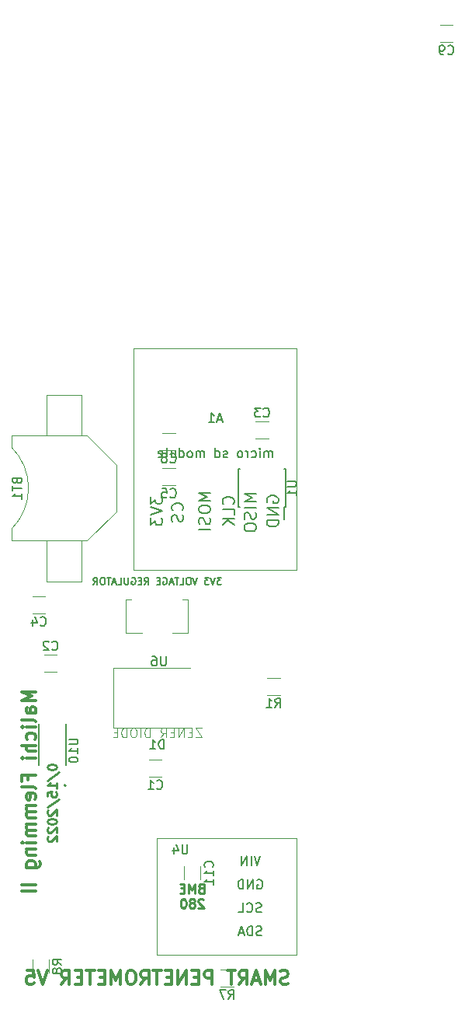
<source format=gbr>
%TF.GenerationSoftware,KiCad,Pcbnew,7.0.1*%
%TF.CreationDate,2023-04-07T11:41:16-04:00*%
%TF.ProjectId,smart penetrometer update,736d6172-7420-4706-956e-6574726f6d65,rev?*%
%TF.SameCoordinates,Original*%
%TF.FileFunction,Legend,Bot*%
%TF.FilePolarity,Positive*%
%FSLAX46Y46*%
G04 Gerber Fmt 4.6, Leading zero omitted, Abs format (unit mm)*
G04 Created by KiCad (PCBNEW 7.0.1) date 2023-04-07 11:41:16*
%MOMM*%
%LPD*%
G01*
G04 APERTURE LIST*
%ADD10C,0.250000*%
%ADD11C,0.300000*%
%ADD12C,0.187500*%
%ADD13C,0.125000*%
%ADD14C,0.150000*%
%ADD15C,0.120000*%
%ADD16C,0.127000*%
%ADD17C,0.200000*%
G04 APERTURE END LIST*
D10*
X113762619Y-121777619D02*
X113762619Y-121872857D01*
X113762619Y-121872857D02*
X113810238Y-121968095D01*
X113810238Y-121968095D02*
X113857857Y-122015714D01*
X113857857Y-122015714D02*
X113953095Y-122063333D01*
X113953095Y-122063333D02*
X114143571Y-122110952D01*
X114143571Y-122110952D02*
X114381666Y-122110952D01*
X114381666Y-122110952D02*
X114572142Y-122063333D01*
X114572142Y-122063333D02*
X114667380Y-122015714D01*
X114667380Y-122015714D02*
X114715000Y-121968095D01*
X114715000Y-121968095D02*
X114762619Y-121872857D01*
X114762619Y-121872857D02*
X114762619Y-121777619D01*
X114762619Y-121777619D02*
X114715000Y-121682381D01*
X114715000Y-121682381D02*
X114667380Y-121634762D01*
X114667380Y-121634762D02*
X114572142Y-121587143D01*
X114572142Y-121587143D02*
X114381666Y-121539524D01*
X114381666Y-121539524D02*
X114143571Y-121539524D01*
X114143571Y-121539524D02*
X113953095Y-121587143D01*
X113953095Y-121587143D02*
X113857857Y-121634762D01*
X113857857Y-121634762D02*
X113810238Y-121682381D01*
X113810238Y-121682381D02*
X113762619Y-121777619D01*
X113715000Y-123253809D02*
X115000714Y-122396667D01*
X114762619Y-124110952D02*
X114762619Y-123539524D01*
X114762619Y-123825238D02*
X113762619Y-123825238D01*
X113762619Y-123825238D02*
X113905476Y-123730000D01*
X113905476Y-123730000D02*
X114000714Y-123634762D01*
X114000714Y-123634762D02*
X114048333Y-123539524D01*
X113762619Y-125015714D02*
X113762619Y-124539524D01*
X113762619Y-124539524D02*
X114238809Y-124491905D01*
X114238809Y-124491905D02*
X114191190Y-124539524D01*
X114191190Y-124539524D02*
X114143571Y-124634762D01*
X114143571Y-124634762D02*
X114143571Y-124872857D01*
X114143571Y-124872857D02*
X114191190Y-124968095D01*
X114191190Y-124968095D02*
X114238809Y-125015714D01*
X114238809Y-125015714D02*
X114334047Y-125063333D01*
X114334047Y-125063333D02*
X114572142Y-125063333D01*
X114572142Y-125063333D02*
X114667380Y-125015714D01*
X114667380Y-125015714D02*
X114715000Y-124968095D01*
X114715000Y-124968095D02*
X114762619Y-124872857D01*
X114762619Y-124872857D02*
X114762619Y-124634762D01*
X114762619Y-124634762D02*
X114715000Y-124539524D01*
X114715000Y-124539524D02*
X114667380Y-124491905D01*
X113715000Y-126206190D02*
X115000714Y-125349048D01*
X113857857Y-126491905D02*
X113810238Y-126539524D01*
X113810238Y-126539524D02*
X113762619Y-126634762D01*
X113762619Y-126634762D02*
X113762619Y-126872857D01*
X113762619Y-126872857D02*
X113810238Y-126968095D01*
X113810238Y-126968095D02*
X113857857Y-127015714D01*
X113857857Y-127015714D02*
X113953095Y-127063333D01*
X113953095Y-127063333D02*
X114048333Y-127063333D01*
X114048333Y-127063333D02*
X114191190Y-127015714D01*
X114191190Y-127015714D02*
X114762619Y-126444286D01*
X114762619Y-126444286D02*
X114762619Y-127063333D01*
X113762619Y-127682381D02*
X113762619Y-127777619D01*
X113762619Y-127777619D02*
X113810238Y-127872857D01*
X113810238Y-127872857D02*
X113857857Y-127920476D01*
X113857857Y-127920476D02*
X113953095Y-127968095D01*
X113953095Y-127968095D02*
X114143571Y-128015714D01*
X114143571Y-128015714D02*
X114381666Y-128015714D01*
X114381666Y-128015714D02*
X114572142Y-127968095D01*
X114572142Y-127968095D02*
X114667380Y-127920476D01*
X114667380Y-127920476D02*
X114715000Y-127872857D01*
X114715000Y-127872857D02*
X114762619Y-127777619D01*
X114762619Y-127777619D02*
X114762619Y-127682381D01*
X114762619Y-127682381D02*
X114715000Y-127587143D01*
X114715000Y-127587143D02*
X114667380Y-127539524D01*
X114667380Y-127539524D02*
X114572142Y-127491905D01*
X114572142Y-127491905D02*
X114381666Y-127444286D01*
X114381666Y-127444286D02*
X114143571Y-127444286D01*
X114143571Y-127444286D02*
X113953095Y-127491905D01*
X113953095Y-127491905D02*
X113857857Y-127539524D01*
X113857857Y-127539524D02*
X113810238Y-127587143D01*
X113810238Y-127587143D02*
X113762619Y-127682381D01*
X113857857Y-128396667D02*
X113810238Y-128444286D01*
X113810238Y-128444286D02*
X113762619Y-128539524D01*
X113762619Y-128539524D02*
X113762619Y-128777619D01*
X113762619Y-128777619D02*
X113810238Y-128872857D01*
X113810238Y-128872857D02*
X113857857Y-128920476D01*
X113857857Y-128920476D02*
X113953095Y-128968095D01*
X113953095Y-128968095D02*
X114048333Y-128968095D01*
X114048333Y-128968095D02*
X114191190Y-128920476D01*
X114191190Y-128920476D02*
X114762619Y-128349048D01*
X114762619Y-128349048D02*
X114762619Y-128968095D01*
X113857857Y-129349048D02*
X113810238Y-129396667D01*
X113810238Y-129396667D02*
X113762619Y-129491905D01*
X113762619Y-129491905D02*
X113762619Y-129730000D01*
X113762619Y-129730000D02*
X113810238Y-129825238D01*
X113810238Y-129825238D02*
X113857857Y-129872857D01*
X113857857Y-129872857D02*
X113953095Y-129920476D01*
X113953095Y-129920476D02*
X114048333Y-129920476D01*
X114048333Y-129920476D02*
X114191190Y-129872857D01*
X114191190Y-129872857D02*
X114762619Y-129301429D01*
X114762619Y-129301429D02*
X114762619Y-129920476D01*
D11*
X112453928Y-113602856D02*
X110953928Y-113602856D01*
X110953928Y-113602856D02*
X112025357Y-114102856D01*
X112025357Y-114102856D02*
X110953928Y-114602856D01*
X110953928Y-114602856D02*
X112453928Y-114602856D01*
X112453928Y-115960000D02*
X111668214Y-115960000D01*
X111668214Y-115960000D02*
X111525357Y-115888571D01*
X111525357Y-115888571D02*
X111453928Y-115745714D01*
X111453928Y-115745714D02*
X111453928Y-115460000D01*
X111453928Y-115460000D02*
X111525357Y-115317142D01*
X112382500Y-115960000D02*
X112453928Y-115817142D01*
X112453928Y-115817142D02*
X112453928Y-115460000D01*
X112453928Y-115460000D02*
X112382500Y-115317142D01*
X112382500Y-115317142D02*
X112239642Y-115245714D01*
X112239642Y-115245714D02*
X112096785Y-115245714D01*
X112096785Y-115245714D02*
X111953928Y-115317142D01*
X111953928Y-115317142D02*
X111882500Y-115460000D01*
X111882500Y-115460000D02*
X111882500Y-115817142D01*
X111882500Y-115817142D02*
X111811071Y-115960000D01*
X112453928Y-116888571D02*
X112382500Y-116745714D01*
X112382500Y-116745714D02*
X112239642Y-116674285D01*
X112239642Y-116674285D02*
X110953928Y-116674285D01*
X112453928Y-117459999D02*
X111453928Y-117459999D01*
X110953928Y-117459999D02*
X111025357Y-117388571D01*
X111025357Y-117388571D02*
X111096785Y-117459999D01*
X111096785Y-117459999D02*
X111025357Y-117531428D01*
X111025357Y-117531428D02*
X110953928Y-117459999D01*
X110953928Y-117459999D02*
X111096785Y-117459999D01*
X112382500Y-118817143D02*
X112453928Y-118674285D01*
X112453928Y-118674285D02*
X112453928Y-118388571D01*
X112453928Y-118388571D02*
X112382500Y-118245714D01*
X112382500Y-118245714D02*
X112311071Y-118174285D01*
X112311071Y-118174285D02*
X112168214Y-118102857D01*
X112168214Y-118102857D02*
X111739642Y-118102857D01*
X111739642Y-118102857D02*
X111596785Y-118174285D01*
X111596785Y-118174285D02*
X111525357Y-118245714D01*
X111525357Y-118245714D02*
X111453928Y-118388571D01*
X111453928Y-118388571D02*
X111453928Y-118674285D01*
X111453928Y-118674285D02*
X111525357Y-118817143D01*
X112453928Y-119459999D02*
X110953928Y-119459999D01*
X112453928Y-120102857D02*
X111668214Y-120102857D01*
X111668214Y-120102857D02*
X111525357Y-120031428D01*
X111525357Y-120031428D02*
X111453928Y-119888571D01*
X111453928Y-119888571D02*
X111453928Y-119674285D01*
X111453928Y-119674285D02*
X111525357Y-119531428D01*
X111525357Y-119531428D02*
X111596785Y-119459999D01*
X112453928Y-120817142D02*
X111453928Y-120817142D01*
X110953928Y-120817142D02*
X111025357Y-120745714D01*
X111025357Y-120745714D02*
X111096785Y-120817142D01*
X111096785Y-120817142D02*
X111025357Y-120888571D01*
X111025357Y-120888571D02*
X110953928Y-120817142D01*
X110953928Y-120817142D02*
X111096785Y-120817142D01*
X111668214Y-123174285D02*
X111668214Y-122674285D01*
X112453928Y-122674285D02*
X110953928Y-122674285D01*
X110953928Y-122674285D02*
X110953928Y-123388571D01*
X112453928Y-124174285D02*
X112382500Y-124031428D01*
X112382500Y-124031428D02*
X112239642Y-123959999D01*
X112239642Y-123959999D02*
X110953928Y-123959999D01*
X112382500Y-125317142D02*
X112453928Y-125174285D01*
X112453928Y-125174285D02*
X112453928Y-124888571D01*
X112453928Y-124888571D02*
X112382500Y-124745713D01*
X112382500Y-124745713D02*
X112239642Y-124674285D01*
X112239642Y-124674285D02*
X111668214Y-124674285D01*
X111668214Y-124674285D02*
X111525357Y-124745713D01*
X111525357Y-124745713D02*
X111453928Y-124888571D01*
X111453928Y-124888571D02*
X111453928Y-125174285D01*
X111453928Y-125174285D02*
X111525357Y-125317142D01*
X111525357Y-125317142D02*
X111668214Y-125388571D01*
X111668214Y-125388571D02*
X111811071Y-125388571D01*
X111811071Y-125388571D02*
X111953928Y-124674285D01*
X112453928Y-126031427D02*
X111453928Y-126031427D01*
X111596785Y-126031427D02*
X111525357Y-126102856D01*
X111525357Y-126102856D02*
X111453928Y-126245713D01*
X111453928Y-126245713D02*
X111453928Y-126459999D01*
X111453928Y-126459999D02*
X111525357Y-126602856D01*
X111525357Y-126602856D02*
X111668214Y-126674285D01*
X111668214Y-126674285D02*
X112453928Y-126674285D01*
X111668214Y-126674285D02*
X111525357Y-126745713D01*
X111525357Y-126745713D02*
X111453928Y-126888570D01*
X111453928Y-126888570D02*
X111453928Y-127102856D01*
X111453928Y-127102856D02*
X111525357Y-127245713D01*
X111525357Y-127245713D02*
X111668214Y-127317142D01*
X111668214Y-127317142D02*
X112453928Y-127317142D01*
X112453928Y-128031427D02*
X111453928Y-128031427D01*
X111596785Y-128031427D02*
X111525357Y-128102856D01*
X111525357Y-128102856D02*
X111453928Y-128245713D01*
X111453928Y-128245713D02*
X111453928Y-128459999D01*
X111453928Y-128459999D02*
X111525357Y-128602856D01*
X111525357Y-128602856D02*
X111668214Y-128674285D01*
X111668214Y-128674285D02*
X112453928Y-128674285D01*
X111668214Y-128674285D02*
X111525357Y-128745713D01*
X111525357Y-128745713D02*
X111453928Y-128888570D01*
X111453928Y-128888570D02*
X111453928Y-129102856D01*
X111453928Y-129102856D02*
X111525357Y-129245713D01*
X111525357Y-129245713D02*
X111668214Y-129317142D01*
X111668214Y-129317142D02*
X112453928Y-129317142D01*
X112453928Y-130031427D02*
X111453928Y-130031427D01*
X110953928Y-130031427D02*
X111025357Y-129959999D01*
X111025357Y-129959999D02*
X111096785Y-130031427D01*
X111096785Y-130031427D02*
X111025357Y-130102856D01*
X111025357Y-130102856D02*
X110953928Y-130031427D01*
X110953928Y-130031427D02*
X111096785Y-130031427D01*
X111453928Y-130745713D02*
X112453928Y-130745713D01*
X111596785Y-130745713D02*
X111525357Y-130817142D01*
X111525357Y-130817142D02*
X111453928Y-130959999D01*
X111453928Y-130959999D02*
X111453928Y-131174285D01*
X111453928Y-131174285D02*
X111525357Y-131317142D01*
X111525357Y-131317142D02*
X111668214Y-131388571D01*
X111668214Y-131388571D02*
X112453928Y-131388571D01*
X111453928Y-132745714D02*
X112668214Y-132745714D01*
X112668214Y-132745714D02*
X112811071Y-132674285D01*
X112811071Y-132674285D02*
X112882500Y-132602856D01*
X112882500Y-132602856D02*
X112953928Y-132459999D01*
X112953928Y-132459999D02*
X112953928Y-132245714D01*
X112953928Y-132245714D02*
X112882500Y-132102856D01*
X112382500Y-132745714D02*
X112453928Y-132602856D01*
X112453928Y-132602856D02*
X112453928Y-132317142D01*
X112453928Y-132317142D02*
X112382500Y-132174285D01*
X112382500Y-132174285D02*
X112311071Y-132102856D01*
X112311071Y-132102856D02*
X112168214Y-132031428D01*
X112168214Y-132031428D02*
X111739642Y-132031428D01*
X111739642Y-132031428D02*
X111596785Y-132102856D01*
X111596785Y-132102856D02*
X111525357Y-132174285D01*
X111525357Y-132174285D02*
X111453928Y-132317142D01*
X111453928Y-132317142D02*
X111453928Y-132602856D01*
X111453928Y-132602856D02*
X111525357Y-132745714D01*
X112453928Y-134602856D02*
X110953928Y-134602856D01*
X112453928Y-135317142D02*
X110953928Y-135317142D01*
D12*
X132730000Y-101196964D02*
X132265714Y-101196964D01*
X132265714Y-101196964D02*
X132515714Y-101482678D01*
X132515714Y-101482678D02*
X132408571Y-101482678D01*
X132408571Y-101482678D02*
X132337143Y-101518392D01*
X132337143Y-101518392D02*
X132301428Y-101554107D01*
X132301428Y-101554107D02*
X132265714Y-101625535D01*
X132265714Y-101625535D02*
X132265714Y-101804107D01*
X132265714Y-101804107D02*
X132301428Y-101875535D01*
X132301428Y-101875535D02*
X132337143Y-101911250D01*
X132337143Y-101911250D02*
X132408571Y-101946964D01*
X132408571Y-101946964D02*
X132622857Y-101946964D01*
X132622857Y-101946964D02*
X132694285Y-101911250D01*
X132694285Y-101911250D02*
X132730000Y-101875535D01*
X132051428Y-101196964D02*
X131801428Y-101946964D01*
X131801428Y-101946964D02*
X131551428Y-101196964D01*
X131372857Y-101196964D02*
X130908571Y-101196964D01*
X130908571Y-101196964D02*
X131158571Y-101482678D01*
X131158571Y-101482678D02*
X131051428Y-101482678D01*
X131051428Y-101482678D02*
X130980000Y-101518392D01*
X130980000Y-101518392D02*
X130944285Y-101554107D01*
X130944285Y-101554107D02*
X130908571Y-101625535D01*
X130908571Y-101625535D02*
X130908571Y-101804107D01*
X130908571Y-101804107D02*
X130944285Y-101875535D01*
X130944285Y-101875535D02*
X130980000Y-101911250D01*
X130980000Y-101911250D02*
X131051428Y-101946964D01*
X131051428Y-101946964D02*
X131265714Y-101946964D01*
X131265714Y-101946964D02*
X131337142Y-101911250D01*
X131337142Y-101911250D02*
X131372857Y-101875535D01*
X130122856Y-101196964D02*
X129872856Y-101946964D01*
X129872856Y-101946964D02*
X129622856Y-101196964D01*
X129229999Y-101196964D02*
X129087142Y-101196964D01*
X129087142Y-101196964D02*
X129015713Y-101232678D01*
X129015713Y-101232678D02*
X128944285Y-101304107D01*
X128944285Y-101304107D02*
X128908570Y-101446964D01*
X128908570Y-101446964D02*
X128908570Y-101696964D01*
X128908570Y-101696964D02*
X128944285Y-101839821D01*
X128944285Y-101839821D02*
X129015713Y-101911250D01*
X129015713Y-101911250D02*
X129087142Y-101946964D01*
X129087142Y-101946964D02*
X129229999Y-101946964D01*
X129229999Y-101946964D02*
X129301428Y-101911250D01*
X129301428Y-101911250D02*
X129372856Y-101839821D01*
X129372856Y-101839821D02*
X129408570Y-101696964D01*
X129408570Y-101696964D02*
X129408570Y-101446964D01*
X129408570Y-101446964D02*
X129372856Y-101304107D01*
X129372856Y-101304107D02*
X129301428Y-101232678D01*
X129301428Y-101232678D02*
X129229999Y-101196964D01*
X128229999Y-101946964D02*
X128587142Y-101946964D01*
X128587142Y-101946964D02*
X128587142Y-101196964D01*
X128087142Y-101196964D02*
X127658571Y-101196964D01*
X127872856Y-101946964D02*
X127872856Y-101196964D01*
X127444284Y-101732678D02*
X127087142Y-101732678D01*
X127515713Y-101946964D02*
X127265713Y-101196964D01*
X127265713Y-101196964D02*
X127015713Y-101946964D01*
X126372856Y-101232678D02*
X126444285Y-101196964D01*
X126444285Y-101196964D02*
X126551427Y-101196964D01*
X126551427Y-101196964D02*
X126658570Y-101232678D01*
X126658570Y-101232678D02*
X126729999Y-101304107D01*
X126729999Y-101304107D02*
X126765713Y-101375535D01*
X126765713Y-101375535D02*
X126801427Y-101518392D01*
X126801427Y-101518392D02*
X126801427Y-101625535D01*
X126801427Y-101625535D02*
X126765713Y-101768392D01*
X126765713Y-101768392D02*
X126729999Y-101839821D01*
X126729999Y-101839821D02*
X126658570Y-101911250D01*
X126658570Y-101911250D02*
X126551427Y-101946964D01*
X126551427Y-101946964D02*
X126479999Y-101946964D01*
X126479999Y-101946964D02*
X126372856Y-101911250D01*
X126372856Y-101911250D02*
X126337142Y-101875535D01*
X126337142Y-101875535D02*
X126337142Y-101625535D01*
X126337142Y-101625535D02*
X126479999Y-101625535D01*
X126015713Y-101554107D02*
X125765713Y-101554107D01*
X125658570Y-101946964D02*
X126015713Y-101946964D01*
X126015713Y-101946964D02*
X126015713Y-101196964D01*
X126015713Y-101196964D02*
X125658570Y-101196964D01*
X124337142Y-101946964D02*
X124587142Y-101589821D01*
X124765713Y-101946964D02*
X124765713Y-101196964D01*
X124765713Y-101196964D02*
X124479999Y-101196964D01*
X124479999Y-101196964D02*
X124408570Y-101232678D01*
X124408570Y-101232678D02*
X124372856Y-101268392D01*
X124372856Y-101268392D02*
X124337142Y-101339821D01*
X124337142Y-101339821D02*
X124337142Y-101446964D01*
X124337142Y-101446964D02*
X124372856Y-101518392D01*
X124372856Y-101518392D02*
X124408570Y-101554107D01*
X124408570Y-101554107D02*
X124479999Y-101589821D01*
X124479999Y-101589821D02*
X124765713Y-101589821D01*
X124015713Y-101554107D02*
X123765713Y-101554107D01*
X123658570Y-101946964D02*
X124015713Y-101946964D01*
X124015713Y-101946964D02*
X124015713Y-101196964D01*
X124015713Y-101196964D02*
X123658570Y-101196964D01*
X122944285Y-101232678D02*
X123015714Y-101196964D01*
X123015714Y-101196964D02*
X123122856Y-101196964D01*
X123122856Y-101196964D02*
X123229999Y-101232678D01*
X123229999Y-101232678D02*
X123301428Y-101304107D01*
X123301428Y-101304107D02*
X123337142Y-101375535D01*
X123337142Y-101375535D02*
X123372856Y-101518392D01*
X123372856Y-101518392D02*
X123372856Y-101625535D01*
X123372856Y-101625535D02*
X123337142Y-101768392D01*
X123337142Y-101768392D02*
X123301428Y-101839821D01*
X123301428Y-101839821D02*
X123229999Y-101911250D01*
X123229999Y-101911250D02*
X123122856Y-101946964D01*
X123122856Y-101946964D02*
X123051428Y-101946964D01*
X123051428Y-101946964D02*
X122944285Y-101911250D01*
X122944285Y-101911250D02*
X122908571Y-101875535D01*
X122908571Y-101875535D02*
X122908571Y-101625535D01*
X122908571Y-101625535D02*
X123051428Y-101625535D01*
X122587142Y-101196964D02*
X122587142Y-101804107D01*
X122587142Y-101804107D02*
X122551428Y-101875535D01*
X122551428Y-101875535D02*
X122515714Y-101911250D01*
X122515714Y-101911250D02*
X122444285Y-101946964D01*
X122444285Y-101946964D02*
X122301428Y-101946964D01*
X122301428Y-101946964D02*
X122229999Y-101911250D01*
X122229999Y-101911250D02*
X122194285Y-101875535D01*
X122194285Y-101875535D02*
X122158571Y-101804107D01*
X122158571Y-101804107D02*
X122158571Y-101196964D01*
X121444285Y-101946964D02*
X121801428Y-101946964D01*
X121801428Y-101946964D02*
X121801428Y-101196964D01*
X121229999Y-101732678D02*
X120872857Y-101732678D01*
X121301428Y-101946964D02*
X121051428Y-101196964D01*
X121051428Y-101196964D02*
X120801428Y-101946964D01*
X120658571Y-101196964D02*
X120230000Y-101196964D01*
X120444285Y-101946964D02*
X120444285Y-101196964D01*
X119837142Y-101196964D02*
X119694285Y-101196964D01*
X119694285Y-101196964D02*
X119622856Y-101232678D01*
X119622856Y-101232678D02*
X119551428Y-101304107D01*
X119551428Y-101304107D02*
X119515713Y-101446964D01*
X119515713Y-101446964D02*
X119515713Y-101696964D01*
X119515713Y-101696964D02*
X119551428Y-101839821D01*
X119551428Y-101839821D02*
X119622856Y-101911250D01*
X119622856Y-101911250D02*
X119694285Y-101946964D01*
X119694285Y-101946964D02*
X119837142Y-101946964D01*
X119837142Y-101946964D02*
X119908571Y-101911250D01*
X119908571Y-101911250D02*
X119979999Y-101839821D01*
X119979999Y-101839821D02*
X120015713Y-101696964D01*
X120015713Y-101696964D02*
X120015713Y-101446964D01*
X120015713Y-101446964D02*
X119979999Y-101304107D01*
X119979999Y-101304107D02*
X119908571Y-101232678D01*
X119908571Y-101232678D02*
X119837142Y-101196964D01*
X118765714Y-101946964D02*
X119015714Y-101589821D01*
X119194285Y-101946964D02*
X119194285Y-101196964D01*
X119194285Y-101196964D02*
X118908571Y-101196964D01*
X118908571Y-101196964D02*
X118837142Y-101232678D01*
X118837142Y-101232678D02*
X118801428Y-101268392D01*
X118801428Y-101268392D02*
X118765714Y-101339821D01*
X118765714Y-101339821D02*
X118765714Y-101446964D01*
X118765714Y-101446964D02*
X118801428Y-101518392D01*
X118801428Y-101518392D02*
X118837142Y-101554107D01*
X118837142Y-101554107D02*
X118908571Y-101589821D01*
X118908571Y-101589821D02*
X119194285Y-101589821D01*
D13*
X130587142Y-117572619D02*
X129920476Y-117572619D01*
X129920476Y-117572619D02*
X130587142Y-118572619D01*
X130587142Y-118572619D02*
X129920476Y-118572619D01*
X129539523Y-118048809D02*
X129206190Y-118048809D01*
X129063333Y-118572619D02*
X129539523Y-118572619D01*
X129539523Y-118572619D02*
X129539523Y-117572619D01*
X129539523Y-117572619D02*
X129063333Y-117572619D01*
X128634761Y-118572619D02*
X128634761Y-117572619D01*
X128634761Y-117572619D02*
X128063333Y-118572619D01*
X128063333Y-118572619D02*
X128063333Y-117572619D01*
X127587142Y-118048809D02*
X127253809Y-118048809D01*
X127110952Y-118572619D02*
X127587142Y-118572619D01*
X127587142Y-118572619D02*
X127587142Y-117572619D01*
X127587142Y-117572619D02*
X127110952Y-117572619D01*
X126110952Y-118572619D02*
X126444285Y-118096428D01*
X126682380Y-118572619D02*
X126682380Y-117572619D01*
X126682380Y-117572619D02*
X126301428Y-117572619D01*
X126301428Y-117572619D02*
X126206190Y-117620238D01*
X126206190Y-117620238D02*
X126158571Y-117667857D01*
X126158571Y-117667857D02*
X126110952Y-117763095D01*
X126110952Y-117763095D02*
X126110952Y-117905952D01*
X126110952Y-117905952D02*
X126158571Y-118001190D01*
X126158571Y-118001190D02*
X126206190Y-118048809D01*
X126206190Y-118048809D02*
X126301428Y-118096428D01*
X126301428Y-118096428D02*
X126682380Y-118096428D01*
X124920475Y-118572619D02*
X124920475Y-117572619D01*
X124920475Y-117572619D02*
X124682380Y-117572619D01*
X124682380Y-117572619D02*
X124539523Y-117620238D01*
X124539523Y-117620238D02*
X124444285Y-117715476D01*
X124444285Y-117715476D02*
X124396666Y-117810714D01*
X124396666Y-117810714D02*
X124349047Y-118001190D01*
X124349047Y-118001190D02*
X124349047Y-118144047D01*
X124349047Y-118144047D02*
X124396666Y-118334523D01*
X124396666Y-118334523D02*
X124444285Y-118429761D01*
X124444285Y-118429761D02*
X124539523Y-118525000D01*
X124539523Y-118525000D02*
X124682380Y-118572619D01*
X124682380Y-118572619D02*
X124920475Y-118572619D01*
X123920475Y-118572619D02*
X123920475Y-117572619D01*
X123253809Y-117572619D02*
X123063333Y-117572619D01*
X123063333Y-117572619D02*
X122968095Y-117620238D01*
X122968095Y-117620238D02*
X122872857Y-117715476D01*
X122872857Y-117715476D02*
X122825238Y-117905952D01*
X122825238Y-117905952D02*
X122825238Y-118239285D01*
X122825238Y-118239285D02*
X122872857Y-118429761D01*
X122872857Y-118429761D02*
X122968095Y-118525000D01*
X122968095Y-118525000D02*
X123063333Y-118572619D01*
X123063333Y-118572619D02*
X123253809Y-118572619D01*
X123253809Y-118572619D02*
X123349047Y-118525000D01*
X123349047Y-118525000D02*
X123444285Y-118429761D01*
X123444285Y-118429761D02*
X123491904Y-118239285D01*
X123491904Y-118239285D02*
X123491904Y-117905952D01*
X123491904Y-117905952D02*
X123444285Y-117715476D01*
X123444285Y-117715476D02*
X123349047Y-117620238D01*
X123349047Y-117620238D02*
X123253809Y-117572619D01*
X122396666Y-118572619D02*
X122396666Y-117572619D01*
X122396666Y-117572619D02*
X122158571Y-117572619D01*
X122158571Y-117572619D02*
X122015714Y-117620238D01*
X122015714Y-117620238D02*
X121920476Y-117715476D01*
X121920476Y-117715476D02*
X121872857Y-117810714D01*
X121872857Y-117810714D02*
X121825238Y-118001190D01*
X121825238Y-118001190D02*
X121825238Y-118144047D01*
X121825238Y-118144047D02*
X121872857Y-118334523D01*
X121872857Y-118334523D02*
X121920476Y-118429761D01*
X121920476Y-118429761D02*
X122015714Y-118525000D01*
X122015714Y-118525000D02*
X122158571Y-118572619D01*
X122158571Y-118572619D02*
X122396666Y-118572619D01*
X121396666Y-118048809D02*
X121063333Y-118048809D01*
X120920476Y-118572619D02*
X121396666Y-118572619D01*
X121396666Y-118572619D02*
X121396666Y-117572619D01*
X121396666Y-117572619D02*
X120920476Y-117572619D01*
D11*
X140015713Y-145402500D02*
X139801428Y-145473928D01*
X139801428Y-145473928D02*
X139444285Y-145473928D01*
X139444285Y-145473928D02*
X139301428Y-145402500D01*
X139301428Y-145402500D02*
X139229999Y-145331071D01*
X139229999Y-145331071D02*
X139158570Y-145188214D01*
X139158570Y-145188214D02*
X139158570Y-145045357D01*
X139158570Y-145045357D02*
X139229999Y-144902500D01*
X139229999Y-144902500D02*
X139301428Y-144831071D01*
X139301428Y-144831071D02*
X139444285Y-144759642D01*
X139444285Y-144759642D02*
X139729999Y-144688214D01*
X139729999Y-144688214D02*
X139872856Y-144616785D01*
X139872856Y-144616785D02*
X139944285Y-144545357D01*
X139944285Y-144545357D02*
X140015713Y-144402500D01*
X140015713Y-144402500D02*
X140015713Y-144259642D01*
X140015713Y-144259642D02*
X139944285Y-144116785D01*
X139944285Y-144116785D02*
X139872856Y-144045357D01*
X139872856Y-144045357D02*
X139729999Y-143973928D01*
X139729999Y-143973928D02*
X139372856Y-143973928D01*
X139372856Y-143973928D02*
X139158570Y-144045357D01*
X138515714Y-145473928D02*
X138515714Y-143973928D01*
X138515714Y-143973928D02*
X138015714Y-145045357D01*
X138015714Y-145045357D02*
X137515714Y-143973928D01*
X137515714Y-143973928D02*
X137515714Y-145473928D01*
X136872856Y-145045357D02*
X136158571Y-145045357D01*
X137015713Y-145473928D02*
X136515713Y-143973928D01*
X136515713Y-143973928D02*
X136015713Y-145473928D01*
X134658571Y-145473928D02*
X135158571Y-144759642D01*
X135515714Y-145473928D02*
X135515714Y-143973928D01*
X135515714Y-143973928D02*
X134944285Y-143973928D01*
X134944285Y-143973928D02*
X134801428Y-144045357D01*
X134801428Y-144045357D02*
X134729999Y-144116785D01*
X134729999Y-144116785D02*
X134658571Y-144259642D01*
X134658571Y-144259642D02*
X134658571Y-144473928D01*
X134658571Y-144473928D02*
X134729999Y-144616785D01*
X134729999Y-144616785D02*
X134801428Y-144688214D01*
X134801428Y-144688214D02*
X134944285Y-144759642D01*
X134944285Y-144759642D02*
X135515714Y-144759642D01*
X134229999Y-143973928D02*
X133372857Y-143973928D01*
X133801428Y-145473928D02*
X133801428Y-143973928D01*
X131730000Y-145473928D02*
X131730000Y-143973928D01*
X131730000Y-143973928D02*
X131158571Y-143973928D01*
X131158571Y-143973928D02*
X131015714Y-144045357D01*
X131015714Y-144045357D02*
X130944285Y-144116785D01*
X130944285Y-144116785D02*
X130872857Y-144259642D01*
X130872857Y-144259642D02*
X130872857Y-144473928D01*
X130872857Y-144473928D02*
X130944285Y-144616785D01*
X130944285Y-144616785D02*
X131015714Y-144688214D01*
X131015714Y-144688214D02*
X131158571Y-144759642D01*
X131158571Y-144759642D02*
X131730000Y-144759642D01*
X130230000Y-144688214D02*
X129730000Y-144688214D01*
X129515714Y-145473928D02*
X130230000Y-145473928D01*
X130230000Y-145473928D02*
X130230000Y-143973928D01*
X130230000Y-143973928D02*
X129515714Y-143973928D01*
X128872857Y-145473928D02*
X128872857Y-143973928D01*
X128872857Y-143973928D02*
X128015714Y-145473928D01*
X128015714Y-145473928D02*
X128015714Y-143973928D01*
X127301428Y-144688214D02*
X126801428Y-144688214D01*
X126587142Y-145473928D02*
X127301428Y-145473928D01*
X127301428Y-145473928D02*
X127301428Y-143973928D01*
X127301428Y-143973928D02*
X126587142Y-143973928D01*
X126158570Y-143973928D02*
X125301428Y-143973928D01*
X125729999Y-145473928D02*
X125729999Y-143973928D01*
X123944285Y-145473928D02*
X124444285Y-144759642D01*
X124801428Y-145473928D02*
X124801428Y-143973928D01*
X124801428Y-143973928D02*
X124229999Y-143973928D01*
X124229999Y-143973928D02*
X124087142Y-144045357D01*
X124087142Y-144045357D02*
X124015713Y-144116785D01*
X124015713Y-144116785D02*
X123944285Y-144259642D01*
X123944285Y-144259642D02*
X123944285Y-144473928D01*
X123944285Y-144473928D02*
X124015713Y-144616785D01*
X124015713Y-144616785D02*
X124087142Y-144688214D01*
X124087142Y-144688214D02*
X124229999Y-144759642D01*
X124229999Y-144759642D02*
X124801428Y-144759642D01*
X123015713Y-143973928D02*
X122729999Y-143973928D01*
X122729999Y-143973928D02*
X122587142Y-144045357D01*
X122587142Y-144045357D02*
X122444285Y-144188214D01*
X122444285Y-144188214D02*
X122372856Y-144473928D01*
X122372856Y-144473928D02*
X122372856Y-144973928D01*
X122372856Y-144973928D02*
X122444285Y-145259642D01*
X122444285Y-145259642D02*
X122587142Y-145402500D01*
X122587142Y-145402500D02*
X122729999Y-145473928D01*
X122729999Y-145473928D02*
X123015713Y-145473928D01*
X123015713Y-145473928D02*
X123158571Y-145402500D01*
X123158571Y-145402500D02*
X123301428Y-145259642D01*
X123301428Y-145259642D02*
X123372856Y-144973928D01*
X123372856Y-144973928D02*
X123372856Y-144473928D01*
X123372856Y-144473928D02*
X123301428Y-144188214D01*
X123301428Y-144188214D02*
X123158571Y-144045357D01*
X123158571Y-144045357D02*
X123015713Y-143973928D01*
X121729999Y-145473928D02*
X121729999Y-143973928D01*
X121729999Y-143973928D02*
X121229999Y-145045357D01*
X121229999Y-145045357D02*
X120729999Y-143973928D01*
X120729999Y-143973928D02*
X120729999Y-145473928D01*
X120015713Y-144688214D02*
X119515713Y-144688214D01*
X119301427Y-145473928D02*
X120015713Y-145473928D01*
X120015713Y-145473928D02*
X120015713Y-143973928D01*
X120015713Y-143973928D02*
X119301427Y-143973928D01*
X118872855Y-143973928D02*
X118015713Y-143973928D01*
X118444284Y-145473928D02*
X118444284Y-143973928D01*
X117515713Y-144688214D02*
X117015713Y-144688214D01*
X116801427Y-145473928D02*
X117515713Y-145473928D01*
X117515713Y-145473928D02*
X117515713Y-143973928D01*
X117515713Y-143973928D02*
X116801427Y-143973928D01*
X115301427Y-145473928D02*
X115801427Y-144759642D01*
X116158570Y-145473928D02*
X116158570Y-143973928D01*
X116158570Y-143973928D02*
X115587141Y-143973928D01*
X115587141Y-143973928D02*
X115444284Y-144045357D01*
X115444284Y-144045357D02*
X115372855Y-144116785D01*
X115372855Y-144116785D02*
X115301427Y-144259642D01*
X115301427Y-144259642D02*
X115301427Y-144473928D01*
X115301427Y-144473928D02*
X115372855Y-144616785D01*
X115372855Y-144616785D02*
X115444284Y-144688214D01*
X115444284Y-144688214D02*
X115587141Y-144759642D01*
X115587141Y-144759642D02*
X116158570Y-144759642D01*
X113729998Y-143973928D02*
X113229998Y-145473928D01*
X113229998Y-145473928D02*
X112729998Y-143973928D01*
X111515713Y-143973928D02*
X112229999Y-143973928D01*
X112229999Y-143973928D02*
X112301427Y-144688214D01*
X112301427Y-144688214D02*
X112229999Y-144616785D01*
X112229999Y-144616785D02*
X112087142Y-144545357D01*
X112087142Y-144545357D02*
X111729999Y-144545357D01*
X111729999Y-144545357D02*
X111587142Y-144616785D01*
X111587142Y-144616785D02*
X111515713Y-144688214D01*
X111515713Y-144688214D02*
X111444284Y-144831071D01*
X111444284Y-144831071D02*
X111444284Y-145188214D01*
X111444284Y-145188214D02*
X111515713Y-145331071D01*
X111515713Y-145331071D02*
X111587142Y-145402500D01*
X111587142Y-145402500D02*
X111729999Y-145473928D01*
X111729999Y-145473928D02*
X112087142Y-145473928D01*
X112087142Y-145473928D02*
X112229999Y-145402500D01*
X112229999Y-145402500D02*
X112301427Y-145331071D01*
D10*
X130492380Y-135018809D02*
X130349523Y-135066428D01*
X130349523Y-135066428D02*
X130301904Y-135114047D01*
X130301904Y-135114047D02*
X130254285Y-135209285D01*
X130254285Y-135209285D02*
X130254285Y-135352142D01*
X130254285Y-135352142D02*
X130301904Y-135447380D01*
X130301904Y-135447380D02*
X130349523Y-135495000D01*
X130349523Y-135495000D02*
X130444761Y-135542619D01*
X130444761Y-135542619D02*
X130825713Y-135542619D01*
X130825713Y-135542619D02*
X130825713Y-134542619D01*
X130825713Y-134542619D02*
X130492380Y-134542619D01*
X130492380Y-134542619D02*
X130397142Y-134590238D01*
X130397142Y-134590238D02*
X130349523Y-134637857D01*
X130349523Y-134637857D02*
X130301904Y-134733095D01*
X130301904Y-134733095D02*
X130301904Y-134828333D01*
X130301904Y-134828333D02*
X130349523Y-134923571D01*
X130349523Y-134923571D02*
X130397142Y-134971190D01*
X130397142Y-134971190D02*
X130492380Y-135018809D01*
X130492380Y-135018809D02*
X130825713Y-135018809D01*
X129825713Y-135542619D02*
X129825713Y-134542619D01*
X129825713Y-134542619D02*
X129492380Y-135256904D01*
X129492380Y-135256904D02*
X129159047Y-134542619D01*
X129159047Y-134542619D02*
X129159047Y-135542619D01*
X128682856Y-135018809D02*
X128349523Y-135018809D01*
X128206666Y-135542619D02*
X128682856Y-135542619D01*
X128682856Y-135542619D02*
X128682856Y-134542619D01*
X128682856Y-134542619D02*
X128206666Y-134542619D01*
X130778094Y-136257857D02*
X130730475Y-136210238D01*
X130730475Y-136210238D02*
X130635237Y-136162619D01*
X130635237Y-136162619D02*
X130397142Y-136162619D01*
X130397142Y-136162619D02*
X130301904Y-136210238D01*
X130301904Y-136210238D02*
X130254285Y-136257857D01*
X130254285Y-136257857D02*
X130206666Y-136353095D01*
X130206666Y-136353095D02*
X130206666Y-136448333D01*
X130206666Y-136448333D02*
X130254285Y-136591190D01*
X130254285Y-136591190D02*
X130825713Y-137162619D01*
X130825713Y-137162619D02*
X130206666Y-137162619D01*
X129635237Y-136591190D02*
X129730475Y-136543571D01*
X129730475Y-136543571D02*
X129778094Y-136495952D01*
X129778094Y-136495952D02*
X129825713Y-136400714D01*
X129825713Y-136400714D02*
X129825713Y-136353095D01*
X129825713Y-136353095D02*
X129778094Y-136257857D01*
X129778094Y-136257857D02*
X129730475Y-136210238D01*
X129730475Y-136210238D02*
X129635237Y-136162619D01*
X129635237Y-136162619D02*
X129444761Y-136162619D01*
X129444761Y-136162619D02*
X129349523Y-136210238D01*
X129349523Y-136210238D02*
X129301904Y-136257857D01*
X129301904Y-136257857D02*
X129254285Y-136353095D01*
X129254285Y-136353095D02*
X129254285Y-136400714D01*
X129254285Y-136400714D02*
X129301904Y-136495952D01*
X129301904Y-136495952D02*
X129349523Y-136543571D01*
X129349523Y-136543571D02*
X129444761Y-136591190D01*
X129444761Y-136591190D02*
X129635237Y-136591190D01*
X129635237Y-136591190D02*
X129730475Y-136638809D01*
X129730475Y-136638809D02*
X129778094Y-136686428D01*
X129778094Y-136686428D02*
X129825713Y-136781666D01*
X129825713Y-136781666D02*
X129825713Y-136972142D01*
X129825713Y-136972142D02*
X129778094Y-137067380D01*
X129778094Y-137067380D02*
X129730475Y-137115000D01*
X129730475Y-137115000D02*
X129635237Y-137162619D01*
X129635237Y-137162619D02*
X129444761Y-137162619D01*
X129444761Y-137162619D02*
X129349523Y-137115000D01*
X129349523Y-137115000D02*
X129301904Y-137067380D01*
X129301904Y-137067380D02*
X129254285Y-136972142D01*
X129254285Y-136972142D02*
X129254285Y-136781666D01*
X129254285Y-136781666D02*
X129301904Y-136686428D01*
X129301904Y-136686428D02*
X129349523Y-136638809D01*
X129349523Y-136638809D02*
X129444761Y-136591190D01*
X128635237Y-136162619D02*
X128539999Y-136162619D01*
X128539999Y-136162619D02*
X128444761Y-136210238D01*
X128444761Y-136210238D02*
X128397142Y-136257857D01*
X128397142Y-136257857D02*
X128349523Y-136353095D01*
X128349523Y-136353095D02*
X128301904Y-136543571D01*
X128301904Y-136543571D02*
X128301904Y-136781666D01*
X128301904Y-136781666D02*
X128349523Y-136972142D01*
X128349523Y-136972142D02*
X128397142Y-137067380D01*
X128397142Y-137067380D02*
X128444761Y-137115000D01*
X128444761Y-137115000D02*
X128539999Y-137162619D01*
X128539999Y-137162619D02*
X128635237Y-137162619D01*
X128635237Y-137162619D02*
X128730475Y-137115000D01*
X128730475Y-137115000D02*
X128778094Y-137067380D01*
X128778094Y-137067380D02*
X128825713Y-136972142D01*
X128825713Y-136972142D02*
X128873332Y-136781666D01*
X128873332Y-136781666D02*
X128873332Y-136543571D01*
X128873332Y-136543571D02*
X128825713Y-136353095D01*
X128825713Y-136353095D02*
X128778094Y-136257857D01*
X128778094Y-136257857D02*
X128730475Y-136210238D01*
X128730475Y-136210238D02*
X128635237Y-136162619D01*
D14*
%TO.C,C1*%
X125691666Y-124137380D02*
X125739285Y-124185000D01*
X125739285Y-124185000D02*
X125882142Y-124232619D01*
X125882142Y-124232619D02*
X125977380Y-124232619D01*
X125977380Y-124232619D02*
X126120237Y-124185000D01*
X126120237Y-124185000D02*
X126215475Y-124089761D01*
X126215475Y-124089761D02*
X126263094Y-123994523D01*
X126263094Y-123994523D02*
X126310713Y-123804047D01*
X126310713Y-123804047D02*
X126310713Y-123661190D01*
X126310713Y-123661190D02*
X126263094Y-123470714D01*
X126263094Y-123470714D02*
X126215475Y-123375476D01*
X126215475Y-123375476D02*
X126120237Y-123280238D01*
X126120237Y-123280238D02*
X125977380Y-123232619D01*
X125977380Y-123232619D02*
X125882142Y-123232619D01*
X125882142Y-123232619D02*
X125739285Y-123280238D01*
X125739285Y-123280238D02*
X125691666Y-123327857D01*
X124739285Y-124232619D02*
X125310713Y-124232619D01*
X125024999Y-124232619D02*
X125024999Y-123232619D01*
X125024999Y-123232619D02*
X125120237Y-123375476D01*
X125120237Y-123375476D02*
X125215475Y-123470714D01*
X125215475Y-123470714D02*
X125310713Y-123518333D01*
%TO.C,C2*%
X114261666Y-109007380D02*
X114309285Y-109055000D01*
X114309285Y-109055000D02*
X114452142Y-109102619D01*
X114452142Y-109102619D02*
X114547380Y-109102619D01*
X114547380Y-109102619D02*
X114690237Y-109055000D01*
X114690237Y-109055000D02*
X114785475Y-108959761D01*
X114785475Y-108959761D02*
X114833094Y-108864523D01*
X114833094Y-108864523D02*
X114880713Y-108674047D01*
X114880713Y-108674047D02*
X114880713Y-108531190D01*
X114880713Y-108531190D02*
X114833094Y-108340714D01*
X114833094Y-108340714D02*
X114785475Y-108245476D01*
X114785475Y-108245476D02*
X114690237Y-108150238D01*
X114690237Y-108150238D02*
X114547380Y-108102619D01*
X114547380Y-108102619D02*
X114452142Y-108102619D01*
X114452142Y-108102619D02*
X114309285Y-108150238D01*
X114309285Y-108150238D02*
X114261666Y-108197857D01*
X113880713Y-108197857D02*
X113833094Y-108150238D01*
X113833094Y-108150238D02*
X113737856Y-108102619D01*
X113737856Y-108102619D02*
X113499761Y-108102619D01*
X113499761Y-108102619D02*
X113404523Y-108150238D01*
X113404523Y-108150238D02*
X113356904Y-108197857D01*
X113356904Y-108197857D02*
X113309285Y-108293095D01*
X113309285Y-108293095D02*
X113309285Y-108388333D01*
X113309285Y-108388333D02*
X113356904Y-108531190D01*
X113356904Y-108531190D02*
X113928332Y-109102619D01*
X113928332Y-109102619D02*
X113309285Y-109102619D01*
%TO.C,C4*%
X112991666Y-106357380D02*
X113039285Y-106405000D01*
X113039285Y-106405000D02*
X113182142Y-106452619D01*
X113182142Y-106452619D02*
X113277380Y-106452619D01*
X113277380Y-106452619D02*
X113420237Y-106405000D01*
X113420237Y-106405000D02*
X113515475Y-106309761D01*
X113515475Y-106309761D02*
X113563094Y-106214523D01*
X113563094Y-106214523D02*
X113610713Y-106024047D01*
X113610713Y-106024047D02*
X113610713Y-105881190D01*
X113610713Y-105881190D02*
X113563094Y-105690714D01*
X113563094Y-105690714D02*
X113515475Y-105595476D01*
X113515475Y-105595476D02*
X113420237Y-105500238D01*
X113420237Y-105500238D02*
X113277380Y-105452619D01*
X113277380Y-105452619D02*
X113182142Y-105452619D01*
X113182142Y-105452619D02*
X113039285Y-105500238D01*
X113039285Y-105500238D02*
X112991666Y-105547857D01*
X112134523Y-105785952D02*
X112134523Y-106452619D01*
X112372618Y-105405000D02*
X112610713Y-106119285D01*
X112610713Y-106119285D02*
X111991666Y-106119285D01*
%TO.C,D1*%
X126468094Y-119842619D02*
X126468094Y-118842619D01*
X126468094Y-118842619D02*
X126229999Y-118842619D01*
X126229999Y-118842619D02*
X126087142Y-118890238D01*
X126087142Y-118890238D02*
X125991904Y-118985476D01*
X125991904Y-118985476D02*
X125944285Y-119080714D01*
X125944285Y-119080714D02*
X125896666Y-119271190D01*
X125896666Y-119271190D02*
X125896666Y-119414047D01*
X125896666Y-119414047D02*
X125944285Y-119604523D01*
X125944285Y-119604523D02*
X125991904Y-119699761D01*
X125991904Y-119699761D02*
X126087142Y-119795000D01*
X126087142Y-119795000D02*
X126229999Y-119842619D01*
X126229999Y-119842619D02*
X126468094Y-119842619D01*
X124944285Y-119842619D02*
X125515713Y-119842619D01*
X125229999Y-119842619D02*
X125229999Y-118842619D01*
X125229999Y-118842619D02*
X125325237Y-118985476D01*
X125325237Y-118985476D02*
X125420475Y-119080714D01*
X125420475Y-119080714D02*
X125515713Y-119128333D01*
%TO.C,U6*%
X126695104Y-109774819D02*
X126695104Y-110584342D01*
X126695104Y-110584342D02*
X126647485Y-110679580D01*
X126647485Y-110679580D02*
X126599866Y-110727200D01*
X126599866Y-110727200D02*
X126504628Y-110774819D01*
X126504628Y-110774819D02*
X126314152Y-110774819D01*
X126314152Y-110774819D02*
X126218914Y-110727200D01*
X126218914Y-110727200D02*
X126171295Y-110679580D01*
X126171295Y-110679580D02*
X126123676Y-110584342D01*
X126123676Y-110584342D02*
X126123676Y-109774819D01*
X125218914Y-109774819D02*
X125409390Y-109774819D01*
X125409390Y-109774819D02*
X125504628Y-109822438D01*
X125504628Y-109822438D02*
X125552247Y-109870057D01*
X125552247Y-109870057D02*
X125647485Y-110012914D01*
X125647485Y-110012914D02*
X125695104Y-110203390D01*
X125695104Y-110203390D02*
X125695104Y-110584342D01*
X125695104Y-110584342D02*
X125647485Y-110679580D01*
X125647485Y-110679580D02*
X125599866Y-110727200D01*
X125599866Y-110727200D02*
X125504628Y-110774819D01*
X125504628Y-110774819D02*
X125314152Y-110774819D01*
X125314152Y-110774819D02*
X125218914Y-110727200D01*
X125218914Y-110727200D02*
X125171295Y-110679580D01*
X125171295Y-110679580D02*
X125123676Y-110584342D01*
X125123676Y-110584342D02*
X125123676Y-110346247D01*
X125123676Y-110346247D02*
X125171295Y-110251009D01*
X125171295Y-110251009D02*
X125218914Y-110203390D01*
X125218914Y-110203390D02*
X125314152Y-110155771D01*
X125314152Y-110155771D02*
X125504628Y-110155771D01*
X125504628Y-110155771D02*
X125599866Y-110203390D01*
X125599866Y-110203390D02*
X125647485Y-110251009D01*
X125647485Y-110251009D02*
X125695104Y-110346247D01*
%TO.C,A1*%
X132794285Y-83996904D02*
X132318095Y-83996904D01*
X132889523Y-84282619D02*
X132556190Y-83282619D01*
X132556190Y-83282619D02*
X132222857Y-84282619D01*
X131365714Y-84282619D02*
X131937142Y-84282619D01*
X131651428Y-84282619D02*
X131651428Y-83282619D01*
X131651428Y-83282619D02*
X131746666Y-83425476D01*
X131746666Y-83425476D02*
X131841904Y-83520714D01*
X131841904Y-83520714D02*
X131937142Y-83568333D01*
X128457173Y-93869933D02*
X128517650Y-93809457D01*
X128517650Y-93809457D02*
X128578126Y-93628028D01*
X128578126Y-93628028D02*
X128578126Y-93507076D01*
X128578126Y-93507076D02*
X128517650Y-93325647D01*
X128517650Y-93325647D02*
X128396697Y-93204695D01*
X128396697Y-93204695D02*
X128275745Y-93144218D01*
X128275745Y-93144218D02*
X128033840Y-93083742D01*
X128033840Y-93083742D02*
X127852411Y-93083742D01*
X127852411Y-93083742D02*
X127610507Y-93144218D01*
X127610507Y-93144218D02*
X127489554Y-93204695D01*
X127489554Y-93204695D02*
X127368602Y-93325647D01*
X127368602Y-93325647D02*
X127308126Y-93507076D01*
X127308126Y-93507076D02*
X127308126Y-93628028D01*
X127308126Y-93628028D02*
X127368602Y-93809457D01*
X127368602Y-93809457D02*
X127429078Y-93869933D01*
X128517650Y-94353742D02*
X128578126Y-94535171D01*
X128578126Y-94535171D02*
X128578126Y-94837552D01*
X128578126Y-94837552D02*
X128517650Y-94958504D01*
X128517650Y-94958504D02*
X128457173Y-95018980D01*
X128457173Y-95018980D02*
X128336221Y-95079457D01*
X128336221Y-95079457D02*
X128215269Y-95079457D01*
X128215269Y-95079457D02*
X128094316Y-95018980D01*
X128094316Y-95018980D02*
X128033840Y-94958504D01*
X128033840Y-94958504D02*
X127973364Y-94837552D01*
X127973364Y-94837552D02*
X127912888Y-94595647D01*
X127912888Y-94595647D02*
X127852411Y-94474695D01*
X127852411Y-94474695D02*
X127791935Y-94414218D01*
X127791935Y-94414218D02*
X127670983Y-94353742D01*
X127670983Y-94353742D02*
X127550030Y-94353742D01*
X127550030Y-94353742D02*
X127429078Y-94414218D01*
X127429078Y-94414218D02*
X127368602Y-94474695D01*
X127368602Y-94474695D02*
X127308126Y-94595647D01*
X127308126Y-94595647D02*
X127308126Y-94898028D01*
X127308126Y-94898028D02*
X127368602Y-95079457D01*
X136502926Y-92085885D02*
X135232926Y-92085885D01*
X135232926Y-92085885D02*
X136140069Y-92509219D01*
X136140069Y-92509219D02*
X135232926Y-92932552D01*
X135232926Y-92932552D02*
X136502926Y-92932552D01*
X136502926Y-93537314D02*
X135232926Y-93537314D01*
X136442450Y-94081600D02*
X136502926Y-94263029D01*
X136502926Y-94263029D02*
X136502926Y-94565410D01*
X136502926Y-94565410D02*
X136442450Y-94686362D01*
X136442450Y-94686362D02*
X136381973Y-94746838D01*
X136381973Y-94746838D02*
X136261021Y-94807315D01*
X136261021Y-94807315D02*
X136140069Y-94807315D01*
X136140069Y-94807315D02*
X136019116Y-94746838D01*
X136019116Y-94746838D02*
X135958640Y-94686362D01*
X135958640Y-94686362D02*
X135898164Y-94565410D01*
X135898164Y-94565410D02*
X135837688Y-94323505D01*
X135837688Y-94323505D02*
X135777211Y-94202553D01*
X135777211Y-94202553D02*
X135716735Y-94142076D01*
X135716735Y-94142076D02*
X135595783Y-94081600D01*
X135595783Y-94081600D02*
X135474830Y-94081600D01*
X135474830Y-94081600D02*
X135353878Y-94142076D01*
X135353878Y-94142076D02*
X135293402Y-94202553D01*
X135293402Y-94202553D02*
X135232926Y-94323505D01*
X135232926Y-94323505D02*
X135232926Y-94625886D01*
X135232926Y-94625886D02*
X135293402Y-94807315D01*
X135232926Y-95593505D02*
X135232926Y-95835410D01*
X135232926Y-95835410D02*
X135293402Y-95956362D01*
X135293402Y-95956362D02*
X135414354Y-96077315D01*
X135414354Y-96077315D02*
X135656259Y-96137791D01*
X135656259Y-96137791D02*
X136079592Y-96137791D01*
X136079592Y-96137791D02*
X136321497Y-96077315D01*
X136321497Y-96077315D02*
X136442450Y-95956362D01*
X136442450Y-95956362D02*
X136502926Y-95835410D01*
X136502926Y-95835410D02*
X136502926Y-95593505D01*
X136502926Y-95593505D02*
X136442450Y-95472553D01*
X136442450Y-95472553D02*
X136321497Y-95351600D01*
X136321497Y-95351600D02*
X136079592Y-95291124D01*
X136079592Y-95291124D02*
X135656259Y-95291124D01*
X135656259Y-95291124D02*
X135414354Y-95351600D01*
X135414354Y-95351600D02*
X135293402Y-95472553D01*
X135293402Y-95472553D02*
X135232926Y-95593505D01*
X133994373Y-93173248D02*
X134054850Y-93112772D01*
X134054850Y-93112772D02*
X134115326Y-92931343D01*
X134115326Y-92931343D02*
X134115326Y-92810391D01*
X134115326Y-92810391D02*
X134054850Y-92628962D01*
X134054850Y-92628962D02*
X133933897Y-92508010D01*
X133933897Y-92508010D02*
X133812945Y-92447533D01*
X133812945Y-92447533D02*
X133571040Y-92387057D01*
X133571040Y-92387057D02*
X133389611Y-92387057D01*
X133389611Y-92387057D02*
X133147707Y-92447533D01*
X133147707Y-92447533D02*
X133026754Y-92508010D01*
X133026754Y-92508010D02*
X132905802Y-92628962D01*
X132905802Y-92628962D02*
X132845326Y-92810391D01*
X132845326Y-92810391D02*
X132845326Y-92931343D01*
X132845326Y-92931343D02*
X132905802Y-93112772D01*
X132905802Y-93112772D02*
X132966278Y-93173248D01*
X134115326Y-94322295D02*
X134115326Y-93717533D01*
X134115326Y-93717533D02*
X132845326Y-93717533D01*
X134115326Y-94745628D02*
X132845326Y-94745628D01*
X134115326Y-95471343D02*
X133389611Y-94927057D01*
X132845326Y-95471343D02*
X133571040Y-94745628D01*
X138270476Y-88092619D02*
X138270476Y-87425952D01*
X138270476Y-87521190D02*
X138222857Y-87473571D01*
X138222857Y-87473571D02*
X138127619Y-87425952D01*
X138127619Y-87425952D02*
X137984762Y-87425952D01*
X137984762Y-87425952D02*
X137889524Y-87473571D01*
X137889524Y-87473571D02*
X137841905Y-87568809D01*
X137841905Y-87568809D02*
X137841905Y-88092619D01*
X137841905Y-87568809D02*
X137794286Y-87473571D01*
X137794286Y-87473571D02*
X137699048Y-87425952D01*
X137699048Y-87425952D02*
X137556191Y-87425952D01*
X137556191Y-87425952D02*
X137460952Y-87473571D01*
X137460952Y-87473571D02*
X137413333Y-87568809D01*
X137413333Y-87568809D02*
X137413333Y-88092619D01*
X136937143Y-88092619D02*
X136937143Y-87425952D01*
X136937143Y-87092619D02*
X136984762Y-87140238D01*
X136984762Y-87140238D02*
X136937143Y-87187857D01*
X136937143Y-87187857D02*
X136889524Y-87140238D01*
X136889524Y-87140238D02*
X136937143Y-87092619D01*
X136937143Y-87092619D02*
X136937143Y-87187857D01*
X136032382Y-88045000D02*
X136127620Y-88092619D01*
X136127620Y-88092619D02*
X136318096Y-88092619D01*
X136318096Y-88092619D02*
X136413334Y-88045000D01*
X136413334Y-88045000D02*
X136460953Y-87997380D01*
X136460953Y-87997380D02*
X136508572Y-87902142D01*
X136508572Y-87902142D02*
X136508572Y-87616428D01*
X136508572Y-87616428D02*
X136460953Y-87521190D01*
X136460953Y-87521190D02*
X136413334Y-87473571D01*
X136413334Y-87473571D02*
X136318096Y-87425952D01*
X136318096Y-87425952D02*
X136127620Y-87425952D01*
X136127620Y-87425952D02*
X136032382Y-87473571D01*
X135603810Y-88092619D02*
X135603810Y-87425952D01*
X135603810Y-87616428D02*
X135556191Y-87521190D01*
X135556191Y-87521190D02*
X135508572Y-87473571D01*
X135508572Y-87473571D02*
X135413334Y-87425952D01*
X135413334Y-87425952D02*
X135318096Y-87425952D01*
X134841905Y-88092619D02*
X134937143Y-88045000D01*
X134937143Y-88045000D02*
X134984762Y-87997380D01*
X134984762Y-87997380D02*
X135032381Y-87902142D01*
X135032381Y-87902142D02*
X135032381Y-87616428D01*
X135032381Y-87616428D02*
X134984762Y-87521190D01*
X134984762Y-87521190D02*
X134937143Y-87473571D01*
X134937143Y-87473571D02*
X134841905Y-87425952D01*
X134841905Y-87425952D02*
X134699048Y-87425952D01*
X134699048Y-87425952D02*
X134603810Y-87473571D01*
X134603810Y-87473571D02*
X134556191Y-87521190D01*
X134556191Y-87521190D02*
X134508572Y-87616428D01*
X134508572Y-87616428D02*
X134508572Y-87902142D01*
X134508572Y-87902142D02*
X134556191Y-87997380D01*
X134556191Y-87997380D02*
X134603810Y-88045000D01*
X134603810Y-88045000D02*
X134699048Y-88092619D01*
X134699048Y-88092619D02*
X134841905Y-88092619D01*
X133365714Y-88045000D02*
X133270476Y-88092619D01*
X133270476Y-88092619D02*
X133080000Y-88092619D01*
X133080000Y-88092619D02*
X132984762Y-88045000D01*
X132984762Y-88045000D02*
X132937143Y-87949761D01*
X132937143Y-87949761D02*
X132937143Y-87902142D01*
X132937143Y-87902142D02*
X132984762Y-87806904D01*
X132984762Y-87806904D02*
X133080000Y-87759285D01*
X133080000Y-87759285D02*
X133222857Y-87759285D01*
X133222857Y-87759285D02*
X133318095Y-87711666D01*
X133318095Y-87711666D02*
X133365714Y-87616428D01*
X133365714Y-87616428D02*
X133365714Y-87568809D01*
X133365714Y-87568809D02*
X133318095Y-87473571D01*
X133318095Y-87473571D02*
X133222857Y-87425952D01*
X133222857Y-87425952D02*
X133080000Y-87425952D01*
X133080000Y-87425952D02*
X132984762Y-87473571D01*
X132080000Y-88092619D02*
X132080000Y-87092619D01*
X132080000Y-88045000D02*
X132175238Y-88092619D01*
X132175238Y-88092619D02*
X132365714Y-88092619D01*
X132365714Y-88092619D02*
X132460952Y-88045000D01*
X132460952Y-88045000D02*
X132508571Y-87997380D01*
X132508571Y-87997380D02*
X132556190Y-87902142D01*
X132556190Y-87902142D02*
X132556190Y-87616428D01*
X132556190Y-87616428D02*
X132508571Y-87521190D01*
X132508571Y-87521190D02*
X132460952Y-87473571D01*
X132460952Y-87473571D02*
X132365714Y-87425952D01*
X132365714Y-87425952D02*
X132175238Y-87425952D01*
X132175238Y-87425952D02*
X132080000Y-87473571D01*
X130841904Y-88092619D02*
X130841904Y-87425952D01*
X130841904Y-87521190D02*
X130794285Y-87473571D01*
X130794285Y-87473571D02*
X130699047Y-87425952D01*
X130699047Y-87425952D02*
X130556190Y-87425952D01*
X130556190Y-87425952D02*
X130460952Y-87473571D01*
X130460952Y-87473571D02*
X130413333Y-87568809D01*
X130413333Y-87568809D02*
X130413333Y-88092619D01*
X130413333Y-87568809D02*
X130365714Y-87473571D01*
X130365714Y-87473571D02*
X130270476Y-87425952D01*
X130270476Y-87425952D02*
X130127619Y-87425952D01*
X130127619Y-87425952D02*
X130032380Y-87473571D01*
X130032380Y-87473571D02*
X129984761Y-87568809D01*
X129984761Y-87568809D02*
X129984761Y-88092619D01*
X129365714Y-88092619D02*
X129460952Y-88045000D01*
X129460952Y-88045000D02*
X129508571Y-87997380D01*
X129508571Y-87997380D02*
X129556190Y-87902142D01*
X129556190Y-87902142D02*
X129556190Y-87616428D01*
X129556190Y-87616428D02*
X129508571Y-87521190D01*
X129508571Y-87521190D02*
X129460952Y-87473571D01*
X129460952Y-87473571D02*
X129365714Y-87425952D01*
X129365714Y-87425952D02*
X129222857Y-87425952D01*
X129222857Y-87425952D02*
X129127619Y-87473571D01*
X129127619Y-87473571D02*
X129080000Y-87521190D01*
X129080000Y-87521190D02*
X129032381Y-87616428D01*
X129032381Y-87616428D02*
X129032381Y-87902142D01*
X129032381Y-87902142D02*
X129080000Y-87997380D01*
X129080000Y-87997380D02*
X129127619Y-88045000D01*
X129127619Y-88045000D02*
X129222857Y-88092619D01*
X129222857Y-88092619D02*
X129365714Y-88092619D01*
X128175238Y-88092619D02*
X128175238Y-87092619D01*
X128175238Y-88045000D02*
X128270476Y-88092619D01*
X128270476Y-88092619D02*
X128460952Y-88092619D01*
X128460952Y-88092619D02*
X128556190Y-88045000D01*
X128556190Y-88045000D02*
X128603809Y-87997380D01*
X128603809Y-87997380D02*
X128651428Y-87902142D01*
X128651428Y-87902142D02*
X128651428Y-87616428D01*
X128651428Y-87616428D02*
X128603809Y-87521190D01*
X128603809Y-87521190D02*
X128556190Y-87473571D01*
X128556190Y-87473571D02*
X128460952Y-87425952D01*
X128460952Y-87425952D02*
X128270476Y-87425952D01*
X128270476Y-87425952D02*
X128175238Y-87473571D01*
X127270476Y-87425952D02*
X127270476Y-88092619D01*
X127699047Y-87425952D02*
X127699047Y-87949761D01*
X127699047Y-87949761D02*
X127651428Y-88045000D01*
X127651428Y-88045000D02*
X127556190Y-88092619D01*
X127556190Y-88092619D02*
X127413333Y-88092619D01*
X127413333Y-88092619D02*
X127318095Y-88045000D01*
X127318095Y-88045000D02*
X127270476Y-87997380D01*
X126651428Y-88092619D02*
X126746666Y-88045000D01*
X126746666Y-88045000D02*
X126794285Y-87949761D01*
X126794285Y-87949761D02*
X126794285Y-87092619D01*
X125889523Y-88045000D02*
X125984761Y-88092619D01*
X125984761Y-88092619D02*
X126175237Y-88092619D01*
X126175237Y-88092619D02*
X126270475Y-88045000D01*
X126270475Y-88045000D02*
X126318094Y-87949761D01*
X126318094Y-87949761D02*
X126318094Y-87568809D01*
X126318094Y-87568809D02*
X126270475Y-87473571D01*
X126270475Y-87473571D02*
X126175237Y-87425952D01*
X126175237Y-87425952D02*
X125984761Y-87425952D01*
X125984761Y-87425952D02*
X125889523Y-87473571D01*
X125889523Y-87473571D02*
X125841904Y-87568809D01*
X125841904Y-87568809D02*
X125841904Y-87664047D01*
X125841904Y-87664047D02*
X126318094Y-87759285D01*
X137731802Y-92986981D02*
X137671326Y-92866028D01*
X137671326Y-92866028D02*
X137671326Y-92684600D01*
X137671326Y-92684600D02*
X137731802Y-92503171D01*
X137731802Y-92503171D02*
X137852754Y-92382219D01*
X137852754Y-92382219D02*
X137973707Y-92321742D01*
X137973707Y-92321742D02*
X138215611Y-92261266D01*
X138215611Y-92261266D02*
X138397040Y-92261266D01*
X138397040Y-92261266D02*
X138638945Y-92321742D01*
X138638945Y-92321742D02*
X138759897Y-92382219D01*
X138759897Y-92382219D02*
X138880850Y-92503171D01*
X138880850Y-92503171D02*
X138941326Y-92684600D01*
X138941326Y-92684600D02*
X138941326Y-92805552D01*
X138941326Y-92805552D02*
X138880850Y-92986981D01*
X138880850Y-92986981D02*
X138820373Y-93047457D01*
X138820373Y-93047457D02*
X138397040Y-93047457D01*
X138397040Y-93047457D02*
X138397040Y-92805552D01*
X138941326Y-93591742D02*
X137671326Y-93591742D01*
X137671326Y-93591742D02*
X138941326Y-94317457D01*
X138941326Y-94317457D02*
X137671326Y-94317457D01*
X138941326Y-94922218D02*
X137671326Y-94922218D01*
X137671326Y-94922218D02*
X137671326Y-95224599D01*
X137671326Y-95224599D02*
X137731802Y-95406028D01*
X137731802Y-95406028D02*
X137852754Y-95526980D01*
X137852754Y-95526980D02*
X137973707Y-95587457D01*
X137973707Y-95587457D02*
X138215611Y-95647933D01*
X138215611Y-95647933D02*
X138397040Y-95647933D01*
X138397040Y-95647933D02*
X138638945Y-95587457D01*
X138638945Y-95587457D02*
X138759897Y-95526980D01*
X138759897Y-95526980D02*
X138880850Y-95406028D01*
X138880850Y-95406028D02*
X138941326Y-95224599D01*
X138941326Y-95224599D02*
X138941326Y-94922218D01*
X125022126Y-92382219D02*
X125022126Y-93168410D01*
X125022126Y-93168410D02*
X125505935Y-92745076D01*
X125505935Y-92745076D02*
X125505935Y-92926505D01*
X125505935Y-92926505D02*
X125566411Y-93047457D01*
X125566411Y-93047457D02*
X125626888Y-93107933D01*
X125626888Y-93107933D02*
X125747840Y-93168410D01*
X125747840Y-93168410D02*
X126050221Y-93168410D01*
X126050221Y-93168410D02*
X126171173Y-93107933D01*
X126171173Y-93107933D02*
X126231650Y-93047457D01*
X126231650Y-93047457D02*
X126292126Y-92926505D01*
X126292126Y-92926505D02*
X126292126Y-92563648D01*
X126292126Y-92563648D02*
X126231650Y-92442695D01*
X126231650Y-92442695D02*
X126171173Y-92382219D01*
X125022126Y-93531267D02*
X126292126Y-93954600D01*
X126292126Y-93954600D02*
X125022126Y-94377934D01*
X125022126Y-94680314D02*
X125022126Y-95466505D01*
X125022126Y-95466505D02*
X125505935Y-95043171D01*
X125505935Y-95043171D02*
X125505935Y-95224600D01*
X125505935Y-95224600D02*
X125566411Y-95345552D01*
X125566411Y-95345552D02*
X125626888Y-95406028D01*
X125626888Y-95406028D02*
X125747840Y-95466505D01*
X125747840Y-95466505D02*
X126050221Y-95466505D01*
X126050221Y-95466505D02*
X126171173Y-95406028D01*
X126171173Y-95406028D02*
X126231650Y-95345552D01*
X126231650Y-95345552D02*
X126292126Y-95224600D01*
X126292126Y-95224600D02*
X126292126Y-94861743D01*
X126292126Y-94861743D02*
X126231650Y-94740790D01*
X126231650Y-94740790D02*
X126171173Y-94680314D01*
X131524526Y-91933485D02*
X130254526Y-91933485D01*
X130254526Y-91933485D02*
X131161669Y-92356819D01*
X131161669Y-92356819D02*
X130254526Y-92780152D01*
X130254526Y-92780152D02*
X131524526Y-92780152D01*
X130254526Y-93626819D02*
X130254526Y-93868724D01*
X130254526Y-93868724D02*
X130315002Y-93989676D01*
X130315002Y-93989676D02*
X130435954Y-94110629D01*
X130435954Y-94110629D02*
X130677859Y-94171105D01*
X130677859Y-94171105D02*
X131101192Y-94171105D01*
X131101192Y-94171105D02*
X131343097Y-94110629D01*
X131343097Y-94110629D02*
X131464050Y-93989676D01*
X131464050Y-93989676D02*
X131524526Y-93868724D01*
X131524526Y-93868724D02*
X131524526Y-93626819D01*
X131524526Y-93626819D02*
X131464050Y-93505867D01*
X131464050Y-93505867D02*
X131343097Y-93384914D01*
X131343097Y-93384914D02*
X131101192Y-93324438D01*
X131101192Y-93324438D02*
X130677859Y-93324438D01*
X130677859Y-93324438D02*
X130435954Y-93384914D01*
X130435954Y-93384914D02*
X130315002Y-93505867D01*
X130315002Y-93505867D02*
X130254526Y-93626819D01*
X131464050Y-94654914D02*
X131524526Y-94836343D01*
X131524526Y-94836343D02*
X131524526Y-95138724D01*
X131524526Y-95138724D02*
X131464050Y-95259676D01*
X131464050Y-95259676D02*
X131403573Y-95320152D01*
X131403573Y-95320152D02*
X131282621Y-95380629D01*
X131282621Y-95380629D02*
X131161669Y-95380629D01*
X131161669Y-95380629D02*
X131040716Y-95320152D01*
X131040716Y-95320152D02*
X130980240Y-95259676D01*
X130980240Y-95259676D02*
X130919764Y-95138724D01*
X130919764Y-95138724D02*
X130859288Y-94896819D01*
X130859288Y-94896819D02*
X130798811Y-94775867D01*
X130798811Y-94775867D02*
X130738335Y-94715390D01*
X130738335Y-94715390D02*
X130617383Y-94654914D01*
X130617383Y-94654914D02*
X130496430Y-94654914D01*
X130496430Y-94654914D02*
X130375478Y-94715390D01*
X130375478Y-94715390D02*
X130315002Y-94775867D01*
X130315002Y-94775867D02*
X130254526Y-94896819D01*
X130254526Y-94896819D02*
X130254526Y-95199200D01*
X130254526Y-95199200D02*
X130315002Y-95380629D01*
X131524526Y-95924914D02*
X130254526Y-95924914D01*
%TO.C,BT1*%
X110428809Y-90654285D02*
X110476428Y-90797142D01*
X110476428Y-90797142D02*
X110524047Y-90844761D01*
X110524047Y-90844761D02*
X110619285Y-90892380D01*
X110619285Y-90892380D02*
X110762142Y-90892380D01*
X110762142Y-90892380D02*
X110857380Y-90844761D01*
X110857380Y-90844761D02*
X110905000Y-90797142D01*
X110905000Y-90797142D02*
X110952619Y-90701904D01*
X110952619Y-90701904D02*
X110952619Y-90320952D01*
X110952619Y-90320952D02*
X109952619Y-90320952D01*
X109952619Y-90320952D02*
X109952619Y-90654285D01*
X109952619Y-90654285D02*
X110000238Y-90749523D01*
X110000238Y-90749523D02*
X110047857Y-90797142D01*
X110047857Y-90797142D02*
X110143095Y-90844761D01*
X110143095Y-90844761D02*
X110238333Y-90844761D01*
X110238333Y-90844761D02*
X110333571Y-90797142D01*
X110333571Y-90797142D02*
X110381190Y-90749523D01*
X110381190Y-90749523D02*
X110428809Y-90654285D01*
X110428809Y-90654285D02*
X110428809Y-90320952D01*
X109952619Y-91178095D02*
X109952619Y-91749523D01*
X110952619Y-91463809D02*
X109952619Y-91463809D01*
X110952619Y-92606666D02*
X110952619Y-92035238D01*
X110952619Y-92320952D02*
X109952619Y-92320952D01*
X109952619Y-92320952D02*
X110095476Y-92225714D01*
X110095476Y-92225714D02*
X110190714Y-92130476D01*
X110190714Y-92130476D02*
X110238333Y-92035238D01*
%TO.C,U4*%
X129031904Y-130272619D02*
X129031904Y-131082142D01*
X129031904Y-131082142D02*
X128984285Y-131177380D01*
X128984285Y-131177380D02*
X128936666Y-131225000D01*
X128936666Y-131225000D02*
X128841428Y-131272619D01*
X128841428Y-131272619D02*
X128650952Y-131272619D01*
X128650952Y-131272619D02*
X128555714Y-131225000D01*
X128555714Y-131225000D02*
X128508095Y-131177380D01*
X128508095Y-131177380D02*
X128460476Y-131082142D01*
X128460476Y-131082142D02*
X128460476Y-130272619D01*
X127555714Y-130605952D02*
X127555714Y-131272619D01*
X127793809Y-130225000D02*
X128031904Y-130939285D01*
X128031904Y-130939285D02*
X127412857Y-130939285D01*
X137080475Y-137575000D02*
X136937618Y-137622619D01*
X136937618Y-137622619D02*
X136699523Y-137622619D01*
X136699523Y-137622619D02*
X136604285Y-137575000D01*
X136604285Y-137575000D02*
X136556666Y-137527380D01*
X136556666Y-137527380D02*
X136509047Y-137432142D01*
X136509047Y-137432142D02*
X136509047Y-137336904D01*
X136509047Y-137336904D02*
X136556666Y-137241666D01*
X136556666Y-137241666D02*
X136604285Y-137194047D01*
X136604285Y-137194047D02*
X136699523Y-137146428D01*
X136699523Y-137146428D02*
X136889999Y-137098809D01*
X136889999Y-137098809D02*
X136985237Y-137051190D01*
X136985237Y-137051190D02*
X137032856Y-137003571D01*
X137032856Y-137003571D02*
X137080475Y-136908333D01*
X137080475Y-136908333D02*
X137080475Y-136813095D01*
X137080475Y-136813095D02*
X137032856Y-136717857D01*
X137032856Y-136717857D02*
X136985237Y-136670238D01*
X136985237Y-136670238D02*
X136889999Y-136622619D01*
X136889999Y-136622619D02*
X136651904Y-136622619D01*
X136651904Y-136622619D02*
X136509047Y-136670238D01*
X135509047Y-137527380D02*
X135556666Y-137575000D01*
X135556666Y-137575000D02*
X135699523Y-137622619D01*
X135699523Y-137622619D02*
X135794761Y-137622619D01*
X135794761Y-137622619D02*
X135937618Y-137575000D01*
X135937618Y-137575000D02*
X136032856Y-137479761D01*
X136032856Y-137479761D02*
X136080475Y-137384523D01*
X136080475Y-137384523D02*
X136128094Y-137194047D01*
X136128094Y-137194047D02*
X136128094Y-137051190D01*
X136128094Y-137051190D02*
X136080475Y-136860714D01*
X136080475Y-136860714D02*
X136032856Y-136765476D01*
X136032856Y-136765476D02*
X135937618Y-136670238D01*
X135937618Y-136670238D02*
X135794761Y-136622619D01*
X135794761Y-136622619D02*
X135699523Y-136622619D01*
X135699523Y-136622619D02*
X135556666Y-136670238D01*
X135556666Y-136670238D02*
X135509047Y-136717857D01*
X134604285Y-137622619D02*
X135080475Y-137622619D01*
X135080475Y-137622619D02*
X135080475Y-136622619D01*
X136985237Y-131542619D02*
X136651904Y-132542619D01*
X136651904Y-132542619D02*
X136318571Y-131542619D01*
X135985237Y-132542619D02*
X135985237Y-131542619D01*
X135509047Y-132542619D02*
X135509047Y-131542619D01*
X135509047Y-131542619D02*
X134937619Y-132542619D01*
X134937619Y-132542619D02*
X134937619Y-131542619D01*
X136651904Y-134130238D02*
X136747142Y-134082619D01*
X136747142Y-134082619D02*
X136889999Y-134082619D01*
X136889999Y-134082619D02*
X137032856Y-134130238D01*
X137032856Y-134130238D02*
X137128094Y-134225476D01*
X137128094Y-134225476D02*
X137175713Y-134320714D01*
X137175713Y-134320714D02*
X137223332Y-134511190D01*
X137223332Y-134511190D02*
X137223332Y-134654047D01*
X137223332Y-134654047D02*
X137175713Y-134844523D01*
X137175713Y-134844523D02*
X137128094Y-134939761D01*
X137128094Y-134939761D02*
X137032856Y-135035000D01*
X137032856Y-135035000D02*
X136889999Y-135082619D01*
X136889999Y-135082619D02*
X136794761Y-135082619D01*
X136794761Y-135082619D02*
X136651904Y-135035000D01*
X136651904Y-135035000D02*
X136604285Y-134987380D01*
X136604285Y-134987380D02*
X136604285Y-134654047D01*
X136604285Y-134654047D02*
X136794761Y-134654047D01*
X136175713Y-135082619D02*
X136175713Y-134082619D01*
X136175713Y-134082619D02*
X135604285Y-135082619D01*
X135604285Y-135082619D02*
X135604285Y-134082619D01*
X135128094Y-135082619D02*
X135128094Y-134082619D01*
X135128094Y-134082619D02*
X134889999Y-134082619D01*
X134889999Y-134082619D02*
X134747142Y-134130238D01*
X134747142Y-134130238D02*
X134651904Y-134225476D01*
X134651904Y-134225476D02*
X134604285Y-134320714D01*
X134604285Y-134320714D02*
X134556666Y-134511190D01*
X134556666Y-134511190D02*
X134556666Y-134654047D01*
X134556666Y-134654047D02*
X134604285Y-134844523D01*
X134604285Y-134844523D02*
X134651904Y-134939761D01*
X134651904Y-134939761D02*
X134747142Y-135035000D01*
X134747142Y-135035000D02*
X134889999Y-135082619D01*
X134889999Y-135082619D02*
X135128094Y-135082619D01*
X137104285Y-140115000D02*
X136961428Y-140162619D01*
X136961428Y-140162619D02*
X136723333Y-140162619D01*
X136723333Y-140162619D02*
X136628095Y-140115000D01*
X136628095Y-140115000D02*
X136580476Y-140067380D01*
X136580476Y-140067380D02*
X136532857Y-139972142D01*
X136532857Y-139972142D02*
X136532857Y-139876904D01*
X136532857Y-139876904D02*
X136580476Y-139781666D01*
X136580476Y-139781666D02*
X136628095Y-139734047D01*
X136628095Y-139734047D02*
X136723333Y-139686428D01*
X136723333Y-139686428D02*
X136913809Y-139638809D01*
X136913809Y-139638809D02*
X137009047Y-139591190D01*
X137009047Y-139591190D02*
X137056666Y-139543571D01*
X137056666Y-139543571D02*
X137104285Y-139448333D01*
X137104285Y-139448333D02*
X137104285Y-139353095D01*
X137104285Y-139353095D02*
X137056666Y-139257857D01*
X137056666Y-139257857D02*
X137009047Y-139210238D01*
X137009047Y-139210238D02*
X136913809Y-139162619D01*
X136913809Y-139162619D02*
X136675714Y-139162619D01*
X136675714Y-139162619D02*
X136532857Y-139210238D01*
X136104285Y-140162619D02*
X136104285Y-139162619D01*
X136104285Y-139162619D02*
X135866190Y-139162619D01*
X135866190Y-139162619D02*
X135723333Y-139210238D01*
X135723333Y-139210238D02*
X135628095Y-139305476D01*
X135628095Y-139305476D02*
X135580476Y-139400714D01*
X135580476Y-139400714D02*
X135532857Y-139591190D01*
X135532857Y-139591190D02*
X135532857Y-139734047D01*
X135532857Y-139734047D02*
X135580476Y-139924523D01*
X135580476Y-139924523D02*
X135628095Y-140019761D01*
X135628095Y-140019761D02*
X135723333Y-140115000D01*
X135723333Y-140115000D02*
X135866190Y-140162619D01*
X135866190Y-140162619D02*
X136104285Y-140162619D01*
X135151904Y-139876904D02*
X134675714Y-139876904D01*
X135247142Y-140162619D02*
X134913809Y-139162619D01*
X134913809Y-139162619D02*
X134580476Y-140162619D01*
%TO.C,U10*%
X116089619Y-118776905D02*
X116899142Y-118776905D01*
X116899142Y-118776905D02*
X116994380Y-118824524D01*
X116994380Y-118824524D02*
X117042000Y-118872143D01*
X117042000Y-118872143D02*
X117089619Y-118967381D01*
X117089619Y-118967381D02*
X117089619Y-119157857D01*
X117089619Y-119157857D02*
X117042000Y-119253095D01*
X117042000Y-119253095D02*
X116994380Y-119300714D01*
X116994380Y-119300714D02*
X116899142Y-119348333D01*
X116899142Y-119348333D02*
X116089619Y-119348333D01*
X117089619Y-120348333D02*
X117089619Y-119776905D01*
X117089619Y-120062619D02*
X116089619Y-120062619D01*
X116089619Y-120062619D02*
X116232476Y-119967381D01*
X116232476Y-119967381D02*
X116327714Y-119872143D01*
X116327714Y-119872143D02*
X116375333Y-119776905D01*
X116089619Y-120967381D02*
X116089619Y-121062619D01*
X116089619Y-121062619D02*
X116137238Y-121157857D01*
X116137238Y-121157857D02*
X116184857Y-121205476D01*
X116184857Y-121205476D02*
X116280095Y-121253095D01*
X116280095Y-121253095D02*
X116470571Y-121300714D01*
X116470571Y-121300714D02*
X116708666Y-121300714D01*
X116708666Y-121300714D02*
X116899142Y-121253095D01*
X116899142Y-121253095D02*
X116994380Y-121205476D01*
X116994380Y-121205476D02*
X117042000Y-121157857D01*
X117042000Y-121157857D02*
X117089619Y-121062619D01*
X117089619Y-121062619D02*
X117089619Y-120967381D01*
X117089619Y-120967381D02*
X117042000Y-120872143D01*
X117042000Y-120872143D02*
X116994380Y-120824524D01*
X116994380Y-120824524D02*
X116899142Y-120776905D01*
X116899142Y-120776905D02*
X116708666Y-120729286D01*
X116708666Y-120729286D02*
X116470571Y-120729286D01*
X116470571Y-120729286D02*
X116280095Y-120776905D01*
X116280095Y-120776905D02*
X116184857Y-120824524D01*
X116184857Y-120824524D02*
X116137238Y-120872143D01*
X116137238Y-120872143D02*
X116089619Y-120967381D01*
%TO.C,C3*%
X137326666Y-83607380D02*
X137374285Y-83655000D01*
X137374285Y-83655000D02*
X137517142Y-83702619D01*
X137517142Y-83702619D02*
X137612380Y-83702619D01*
X137612380Y-83702619D02*
X137755237Y-83655000D01*
X137755237Y-83655000D02*
X137850475Y-83559761D01*
X137850475Y-83559761D02*
X137898094Y-83464523D01*
X137898094Y-83464523D02*
X137945713Y-83274047D01*
X137945713Y-83274047D02*
X137945713Y-83131190D01*
X137945713Y-83131190D02*
X137898094Y-82940714D01*
X137898094Y-82940714D02*
X137850475Y-82845476D01*
X137850475Y-82845476D02*
X137755237Y-82750238D01*
X137755237Y-82750238D02*
X137612380Y-82702619D01*
X137612380Y-82702619D02*
X137517142Y-82702619D01*
X137517142Y-82702619D02*
X137374285Y-82750238D01*
X137374285Y-82750238D02*
X137326666Y-82797857D01*
X136993332Y-82702619D02*
X136374285Y-82702619D01*
X136374285Y-82702619D02*
X136707618Y-83083571D01*
X136707618Y-83083571D02*
X136564761Y-83083571D01*
X136564761Y-83083571D02*
X136469523Y-83131190D01*
X136469523Y-83131190D02*
X136421904Y-83178809D01*
X136421904Y-83178809D02*
X136374285Y-83274047D01*
X136374285Y-83274047D02*
X136374285Y-83512142D01*
X136374285Y-83512142D02*
X136421904Y-83607380D01*
X136421904Y-83607380D02*
X136469523Y-83655000D01*
X136469523Y-83655000D02*
X136564761Y-83702619D01*
X136564761Y-83702619D02*
X136850475Y-83702619D01*
X136850475Y-83702619D02*
X136945713Y-83655000D01*
X136945713Y-83655000D02*
X136993332Y-83607380D01*
%TO.C,C5*%
X127166666Y-92387380D02*
X127214285Y-92435000D01*
X127214285Y-92435000D02*
X127357142Y-92482619D01*
X127357142Y-92482619D02*
X127452380Y-92482619D01*
X127452380Y-92482619D02*
X127595237Y-92435000D01*
X127595237Y-92435000D02*
X127690475Y-92339761D01*
X127690475Y-92339761D02*
X127738094Y-92244523D01*
X127738094Y-92244523D02*
X127785713Y-92054047D01*
X127785713Y-92054047D02*
X127785713Y-91911190D01*
X127785713Y-91911190D02*
X127738094Y-91720714D01*
X127738094Y-91720714D02*
X127690475Y-91625476D01*
X127690475Y-91625476D02*
X127595237Y-91530238D01*
X127595237Y-91530238D02*
X127452380Y-91482619D01*
X127452380Y-91482619D02*
X127357142Y-91482619D01*
X127357142Y-91482619D02*
X127214285Y-91530238D01*
X127214285Y-91530238D02*
X127166666Y-91577857D01*
X126261904Y-91482619D02*
X126738094Y-91482619D01*
X126738094Y-91482619D02*
X126785713Y-91958809D01*
X126785713Y-91958809D02*
X126738094Y-91911190D01*
X126738094Y-91911190D02*
X126642856Y-91863571D01*
X126642856Y-91863571D02*
X126404761Y-91863571D01*
X126404761Y-91863571D02*
X126309523Y-91911190D01*
X126309523Y-91911190D02*
X126261904Y-91958809D01*
X126261904Y-91958809D02*
X126214285Y-92054047D01*
X126214285Y-92054047D02*
X126214285Y-92292142D01*
X126214285Y-92292142D02*
X126261904Y-92387380D01*
X126261904Y-92387380D02*
X126309523Y-92435000D01*
X126309523Y-92435000D02*
X126404761Y-92482619D01*
X126404761Y-92482619D02*
X126642856Y-92482619D01*
X126642856Y-92482619D02*
X126738094Y-92435000D01*
X126738094Y-92435000D02*
X126785713Y-92387380D01*
%TO.C,C8*%
X127166666Y-88577380D02*
X127214285Y-88625000D01*
X127214285Y-88625000D02*
X127357142Y-88672619D01*
X127357142Y-88672619D02*
X127452380Y-88672619D01*
X127452380Y-88672619D02*
X127595237Y-88625000D01*
X127595237Y-88625000D02*
X127690475Y-88529761D01*
X127690475Y-88529761D02*
X127738094Y-88434523D01*
X127738094Y-88434523D02*
X127785713Y-88244047D01*
X127785713Y-88244047D02*
X127785713Y-88101190D01*
X127785713Y-88101190D02*
X127738094Y-87910714D01*
X127738094Y-87910714D02*
X127690475Y-87815476D01*
X127690475Y-87815476D02*
X127595237Y-87720238D01*
X127595237Y-87720238D02*
X127452380Y-87672619D01*
X127452380Y-87672619D02*
X127357142Y-87672619D01*
X127357142Y-87672619D02*
X127214285Y-87720238D01*
X127214285Y-87720238D02*
X127166666Y-87767857D01*
X126595237Y-88101190D02*
X126690475Y-88053571D01*
X126690475Y-88053571D02*
X126738094Y-88005952D01*
X126738094Y-88005952D02*
X126785713Y-87910714D01*
X126785713Y-87910714D02*
X126785713Y-87863095D01*
X126785713Y-87863095D02*
X126738094Y-87767857D01*
X126738094Y-87767857D02*
X126690475Y-87720238D01*
X126690475Y-87720238D02*
X126595237Y-87672619D01*
X126595237Y-87672619D02*
X126404761Y-87672619D01*
X126404761Y-87672619D02*
X126309523Y-87720238D01*
X126309523Y-87720238D02*
X126261904Y-87767857D01*
X126261904Y-87767857D02*
X126214285Y-87863095D01*
X126214285Y-87863095D02*
X126214285Y-87910714D01*
X126214285Y-87910714D02*
X126261904Y-88005952D01*
X126261904Y-88005952D02*
X126309523Y-88053571D01*
X126309523Y-88053571D02*
X126404761Y-88101190D01*
X126404761Y-88101190D02*
X126595237Y-88101190D01*
X126595237Y-88101190D02*
X126690475Y-88148809D01*
X126690475Y-88148809D02*
X126738094Y-88196428D01*
X126738094Y-88196428D02*
X126785713Y-88291666D01*
X126785713Y-88291666D02*
X126785713Y-88482142D01*
X126785713Y-88482142D02*
X126738094Y-88577380D01*
X126738094Y-88577380D02*
X126690475Y-88625000D01*
X126690475Y-88625000D02*
X126595237Y-88672619D01*
X126595237Y-88672619D02*
X126404761Y-88672619D01*
X126404761Y-88672619D02*
X126309523Y-88625000D01*
X126309523Y-88625000D02*
X126261904Y-88577380D01*
X126261904Y-88577380D02*
X126214285Y-88482142D01*
X126214285Y-88482142D02*
X126214285Y-88291666D01*
X126214285Y-88291666D02*
X126261904Y-88196428D01*
X126261904Y-88196428D02*
X126309523Y-88148809D01*
X126309523Y-88148809D02*
X126404761Y-88101190D01*
%TO.C,C9*%
X157441666Y-44127380D02*
X157489285Y-44175000D01*
X157489285Y-44175000D02*
X157632142Y-44222619D01*
X157632142Y-44222619D02*
X157727380Y-44222619D01*
X157727380Y-44222619D02*
X157870237Y-44175000D01*
X157870237Y-44175000D02*
X157965475Y-44079761D01*
X157965475Y-44079761D02*
X158013094Y-43984523D01*
X158013094Y-43984523D02*
X158060713Y-43794047D01*
X158060713Y-43794047D02*
X158060713Y-43651190D01*
X158060713Y-43651190D02*
X158013094Y-43460714D01*
X158013094Y-43460714D02*
X157965475Y-43365476D01*
X157965475Y-43365476D02*
X157870237Y-43270238D01*
X157870237Y-43270238D02*
X157727380Y-43222619D01*
X157727380Y-43222619D02*
X157632142Y-43222619D01*
X157632142Y-43222619D02*
X157489285Y-43270238D01*
X157489285Y-43270238D02*
X157441666Y-43317857D01*
X156965475Y-44222619D02*
X156774999Y-44222619D01*
X156774999Y-44222619D02*
X156679761Y-44175000D01*
X156679761Y-44175000D02*
X156632142Y-44127380D01*
X156632142Y-44127380D02*
X156536904Y-43984523D01*
X156536904Y-43984523D02*
X156489285Y-43794047D01*
X156489285Y-43794047D02*
X156489285Y-43413095D01*
X156489285Y-43413095D02*
X156536904Y-43317857D01*
X156536904Y-43317857D02*
X156584523Y-43270238D01*
X156584523Y-43270238D02*
X156679761Y-43222619D01*
X156679761Y-43222619D02*
X156870237Y-43222619D01*
X156870237Y-43222619D02*
X156965475Y-43270238D01*
X156965475Y-43270238D02*
X157013094Y-43317857D01*
X157013094Y-43317857D02*
X157060713Y-43413095D01*
X157060713Y-43413095D02*
X157060713Y-43651190D01*
X157060713Y-43651190D02*
X157013094Y-43746428D01*
X157013094Y-43746428D02*
X156965475Y-43794047D01*
X156965475Y-43794047D02*
X156870237Y-43841666D01*
X156870237Y-43841666D02*
X156679761Y-43841666D01*
X156679761Y-43841666D02*
X156584523Y-43794047D01*
X156584523Y-43794047D02*
X156536904Y-43746428D01*
X156536904Y-43746428D02*
X156489285Y-43651190D01*
%TO.C,C11*%
X131757380Y-132707142D02*
X131805000Y-132659523D01*
X131805000Y-132659523D02*
X131852619Y-132516666D01*
X131852619Y-132516666D02*
X131852619Y-132421428D01*
X131852619Y-132421428D02*
X131805000Y-132278571D01*
X131805000Y-132278571D02*
X131709761Y-132183333D01*
X131709761Y-132183333D02*
X131614523Y-132135714D01*
X131614523Y-132135714D02*
X131424047Y-132088095D01*
X131424047Y-132088095D02*
X131281190Y-132088095D01*
X131281190Y-132088095D02*
X131090714Y-132135714D01*
X131090714Y-132135714D02*
X130995476Y-132183333D01*
X130995476Y-132183333D02*
X130900238Y-132278571D01*
X130900238Y-132278571D02*
X130852619Y-132421428D01*
X130852619Y-132421428D02*
X130852619Y-132516666D01*
X130852619Y-132516666D02*
X130900238Y-132659523D01*
X130900238Y-132659523D02*
X130947857Y-132707142D01*
X131852619Y-133659523D02*
X131852619Y-133088095D01*
X131852619Y-133373809D02*
X130852619Y-133373809D01*
X130852619Y-133373809D02*
X130995476Y-133278571D01*
X130995476Y-133278571D02*
X131090714Y-133183333D01*
X131090714Y-133183333D02*
X131138333Y-133088095D01*
X131852619Y-134611904D02*
X131852619Y-134040476D01*
X131852619Y-134326190D02*
X130852619Y-134326190D01*
X130852619Y-134326190D02*
X130995476Y-134230952D01*
X130995476Y-134230952D02*
X131090714Y-134135714D01*
X131090714Y-134135714D02*
X131138333Y-134040476D01*
%TO.C,R1*%
X138596666Y-115312619D02*
X138929999Y-114836428D01*
X139168094Y-115312619D02*
X139168094Y-114312619D01*
X139168094Y-114312619D02*
X138787142Y-114312619D01*
X138787142Y-114312619D02*
X138691904Y-114360238D01*
X138691904Y-114360238D02*
X138644285Y-114407857D01*
X138644285Y-114407857D02*
X138596666Y-114503095D01*
X138596666Y-114503095D02*
X138596666Y-114645952D01*
X138596666Y-114645952D02*
X138644285Y-114741190D01*
X138644285Y-114741190D02*
X138691904Y-114788809D01*
X138691904Y-114788809D02*
X138787142Y-114836428D01*
X138787142Y-114836428D02*
X139168094Y-114836428D01*
X137644285Y-115312619D02*
X138215713Y-115312619D01*
X137929999Y-115312619D02*
X137929999Y-114312619D01*
X137929999Y-114312619D02*
X138025237Y-114455476D01*
X138025237Y-114455476D02*
X138120475Y-114550714D01*
X138120475Y-114550714D02*
X138215713Y-114598333D01*
%TO.C,R7*%
X133516666Y-147062619D02*
X133849999Y-146586428D01*
X134088094Y-147062619D02*
X134088094Y-146062619D01*
X134088094Y-146062619D02*
X133707142Y-146062619D01*
X133707142Y-146062619D02*
X133611904Y-146110238D01*
X133611904Y-146110238D02*
X133564285Y-146157857D01*
X133564285Y-146157857D02*
X133516666Y-146253095D01*
X133516666Y-146253095D02*
X133516666Y-146395952D01*
X133516666Y-146395952D02*
X133564285Y-146491190D01*
X133564285Y-146491190D02*
X133611904Y-146538809D01*
X133611904Y-146538809D02*
X133707142Y-146586428D01*
X133707142Y-146586428D02*
X134088094Y-146586428D01*
X133183332Y-146062619D02*
X132516666Y-146062619D01*
X132516666Y-146062619D02*
X132945237Y-147062619D01*
%TO.C,R8*%
X115312619Y-143343333D02*
X114836428Y-143010000D01*
X115312619Y-142771905D02*
X114312619Y-142771905D01*
X114312619Y-142771905D02*
X114312619Y-143152857D01*
X114312619Y-143152857D02*
X114360238Y-143248095D01*
X114360238Y-143248095D02*
X114407857Y-143295714D01*
X114407857Y-143295714D02*
X114503095Y-143343333D01*
X114503095Y-143343333D02*
X114645952Y-143343333D01*
X114645952Y-143343333D02*
X114741190Y-143295714D01*
X114741190Y-143295714D02*
X114788809Y-143248095D01*
X114788809Y-143248095D02*
X114836428Y-143152857D01*
X114836428Y-143152857D02*
X114836428Y-142771905D01*
X114741190Y-143914762D02*
X114693571Y-143819524D01*
X114693571Y-143819524D02*
X114645952Y-143771905D01*
X114645952Y-143771905D02*
X114550714Y-143724286D01*
X114550714Y-143724286D02*
X114503095Y-143724286D01*
X114503095Y-143724286D02*
X114407857Y-143771905D01*
X114407857Y-143771905D02*
X114360238Y-143819524D01*
X114360238Y-143819524D02*
X114312619Y-143914762D01*
X114312619Y-143914762D02*
X114312619Y-144105238D01*
X114312619Y-144105238D02*
X114360238Y-144200476D01*
X114360238Y-144200476D02*
X114407857Y-144248095D01*
X114407857Y-144248095D02*
X114503095Y-144295714D01*
X114503095Y-144295714D02*
X114550714Y-144295714D01*
X114550714Y-144295714D02*
X114645952Y-144248095D01*
X114645952Y-144248095D02*
X114693571Y-144200476D01*
X114693571Y-144200476D02*
X114741190Y-144105238D01*
X114741190Y-144105238D02*
X114741190Y-143914762D01*
X114741190Y-143914762D02*
X114788809Y-143819524D01*
X114788809Y-143819524D02*
X114836428Y-143771905D01*
X114836428Y-143771905D02*
X114931666Y-143724286D01*
X114931666Y-143724286D02*
X115122142Y-143724286D01*
X115122142Y-143724286D02*
X115217380Y-143771905D01*
X115217380Y-143771905D02*
X115265000Y-143819524D01*
X115265000Y-143819524D02*
X115312619Y-143914762D01*
X115312619Y-143914762D02*
X115312619Y-144105238D01*
X115312619Y-144105238D02*
X115265000Y-144200476D01*
X115265000Y-144200476D02*
X115217380Y-144248095D01*
X115217380Y-144248095D02*
X115122142Y-144295714D01*
X115122142Y-144295714D02*
X114931666Y-144295714D01*
X114931666Y-144295714D02*
X114836428Y-144248095D01*
X114836428Y-144248095D02*
X114788809Y-144200476D01*
X114788809Y-144200476D02*
X114741190Y-144105238D01*
%TO.C,U1*%
X139922619Y-90678095D02*
X140732142Y-90678095D01*
X140732142Y-90678095D02*
X140827380Y-90725714D01*
X140827380Y-90725714D02*
X140875000Y-90773333D01*
X140875000Y-90773333D02*
X140922619Y-90868571D01*
X140922619Y-90868571D02*
X140922619Y-91059047D01*
X140922619Y-91059047D02*
X140875000Y-91154285D01*
X140875000Y-91154285D02*
X140827380Y-91201904D01*
X140827380Y-91201904D02*
X140732142Y-91249523D01*
X140732142Y-91249523D02*
X139922619Y-91249523D01*
X140922619Y-92249523D02*
X140922619Y-91678095D01*
X140922619Y-91963809D02*
X139922619Y-91963809D01*
X139922619Y-91963809D02*
X140065476Y-91868571D01*
X140065476Y-91868571D02*
X140160714Y-91773333D01*
X140160714Y-91773333D02*
X140208333Y-91678095D01*
D15*
%TO.C,C1*%
X124813748Y-121010000D02*
X126236252Y-121010000D01*
X124813748Y-122830000D02*
X126236252Y-122830000D01*
%TO.C,C2*%
X114806252Y-111400000D02*
X113383748Y-111400000D01*
X114806252Y-109580000D02*
X113383748Y-109580000D01*
%TO.C,C4*%
X112113748Y-103230000D02*
X113536252Y-103230000D01*
X112113748Y-105050000D02*
X113536252Y-105050000D01*
%TO.C,D1*%
X120930000Y-111050000D02*
X120930000Y-117550000D01*
X120930000Y-111050000D02*
X129330000Y-111050000D01*
X120930000Y-117550000D02*
X129330000Y-117550000D01*
%TO.C,U6*%
X122326400Y-103581200D02*
X122326400Y-107238800D01*
X122326400Y-103581200D02*
X122936000Y-103581200D01*
X122326400Y-107238800D02*
X124079000Y-107238800D01*
X129108200Y-103581200D02*
X128524000Y-103581200D01*
X129108200Y-103581200D02*
X129108200Y-107213400D01*
X129108200Y-107238800D02*
X127381000Y-107238800D01*
%TO.C,A1*%
X140970000Y-76200000D02*
X123190000Y-76200000D01*
X123190000Y-76200000D02*
X123190000Y-100330000D01*
X140970000Y-100330000D02*
X140970000Y-76200000D01*
X123190000Y-100330000D02*
X140970000Y-100330000D01*
%TO.C,BT1*%
X117475000Y-81280000D02*
X117475000Y-81915000D01*
X113665000Y-81280000D02*
X117475000Y-81280000D01*
X117475000Y-81915000D02*
X117475000Y-85725000D01*
X113665000Y-81915000D02*
X113665000Y-81280000D01*
X115570000Y-85725000D02*
X118110000Y-85725000D01*
X115570000Y-85725000D02*
X109855000Y-85725000D01*
X113665000Y-85725000D02*
X113665000Y-81915000D01*
X109855000Y-85725000D02*
X109855000Y-86995000D01*
X121285000Y-88900000D02*
X118110000Y-85725000D01*
X121285000Y-88900000D02*
X121285000Y-93980000D01*
X121285000Y-91440000D02*
X121285000Y-88900000D01*
X121285000Y-93980000D02*
X118110000Y-97155000D01*
X113665000Y-97155000D02*
X113665000Y-100965000D01*
X109855000Y-97155000D02*
X109855000Y-95885000D01*
X109855000Y-97155000D02*
X118110000Y-97155000D01*
X117475000Y-100965000D02*
X117475000Y-97155000D01*
X113665000Y-100965000D02*
X113665000Y-101600000D01*
X117475000Y-101600000D02*
X117475000Y-100965000D01*
X113665000Y-101600000D02*
X117475000Y-101600000D01*
X109854998Y-95884998D02*
G75*
G03*
X109854998Y-86995002I-4444998J4444998D01*
G01*
%TO.C,U4*%
X125730000Y-129540000D02*
X125730000Y-142240000D01*
X125730000Y-142240000D02*
X140970000Y-142240000D01*
X140970000Y-129540000D02*
X125730000Y-129540000D01*
X140970000Y-135890000D02*
X140970000Y-129540000D01*
X140970000Y-142240000D02*
X140970000Y-135890000D01*
D16*
%TO.C,U10*%
X112785000Y-121630000D02*
X112785000Y-117130000D01*
X115815000Y-121630000D02*
X115815000Y-117130000D01*
D17*
X115775000Y-123820000D02*
G75*
G03*
X115775000Y-123820000I-100000J0D01*
G01*
D15*
%TO.C,C3*%
X137871252Y-86000000D02*
X136448748Y-86000000D01*
X137871252Y-84180000D02*
X136448748Y-84180000D01*
%TO.C,C5*%
X126288748Y-89260000D02*
X127711252Y-89260000D01*
X126288748Y-91080000D02*
X127711252Y-91080000D01*
%TO.C,C8*%
X126288748Y-85450000D02*
X127711252Y-85450000D01*
X126288748Y-87270000D02*
X127711252Y-87270000D01*
%TO.C,C9*%
X156563748Y-41000000D02*
X157986252Y-41000000D01*
X156563748Y-42820000D02*
X157986252Y-42820000D01*
%TO.C,C11*%
X128630000Y-134061252D02*
X128630000Y-132638748D01*
X130450000Y-134061252D02*
X130450000Y-132638748D01*
%TO.C,R1*%
X137702936Y-112120000D02*
X139157064Y-112120000D01*
X137702936Y-113940000D02*
X139157064Y-113940000D01*
%TO.C,R7*%
X132622936Y-143870000D02*
X134077064Y-143870000D01*
X132622936Y-145690000D02*
X134077064Y-145690000D01*
%TO.C,R8*%
X112120000Y-144237064D02*
X112120000Y-142782936D01*
X113940000Y-144237064D02*
X113940000Y-142782936D01*
D14*
%TO.C,U1*%
X134585000Y-93515000D02*
X134785000Y-93515000D01*
X134585000Y-93515000D02*
X134585000Y-89365000D01*
X139535000Y-93515000D02*
X139535000Y-94815000D01*
X139735000Y-93515000D02*
X139535000Y-93515000D01*
X139735000Y-93515000D02*
X139735000Y-89365000D01*
X134585000Y-89365000D02*
X134785000Y-89365000D01*
X139735000Y-89365000D02*
X139535000Y-89365000D01*
%TD*%
M02*

</source>
